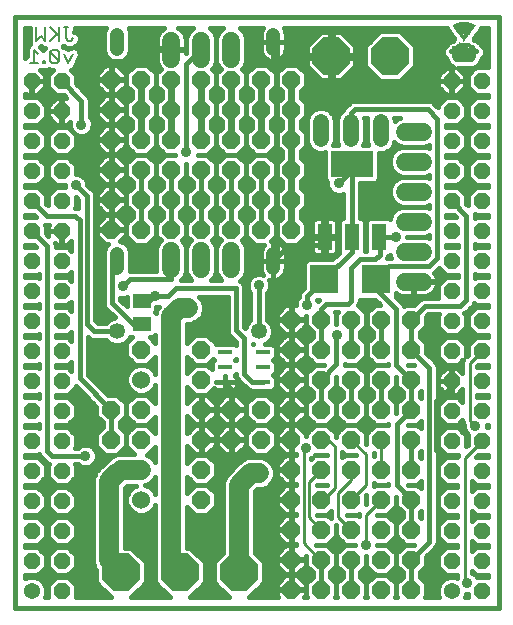
<source format=gbl>
G75*
%MOIN*%
%OFA0B0*%
%FSLAX24Y24*%
%IPPOS*%
%LPD*%
%AMOC8*
5,1,8,0,0,1.08239X$1,22.5*
%
%ADD10C,0.0160*%
%ADD11C,0.0060*%
%ADD12C,0.0540*%
%ADD13OC8,0.0540*%
%ADD14OC8,0.1250*%
%ADD15C,0.0472*%
%ADD16C,0.0540*%
%ADD17C,0.0531*%
%ADD18R,0.0480X0.0880*%
%ADD19R,0.1417X0.0866*%
%ADD20OC8,0.0600*%
%ADD21C,0.0600*%
%ADD22R,0.0480X0.0160*%
%ADD23R,0.0591X0.0512*%
%ADD24R,0.0945X0.0945*%
%ADD25C,0.0600*%
%ADD26R,0.0421X0.0004*%
%ADD27R,0.0465X0.0004*%
%ADD28R,0.0492X0.0004*%
%ADD29R,0.0516X0.0004*%
%ADD30R,0.0531X0.0004*%
%ADD31R,0.0547X0.0004*%
%ADD32R,0.0563X0.0004*%
%ADD33R,0.0575X0.0004*%
%ADD34R,0.0587X0.0004*%
%ADD35R,0.0598X0.0004*%
%ADD36R,0.0610X0.0004*%
%ADD37R,0.0618X0.0004*%
%ADD38R,0.0626X0.0004*%
%ADD39R,0.0638X0.0004*%
%ADD40R,0.0646X0.0004*%
%ADD41R,0.0650X0.0004*%
%ADD42R,0.0657X0.0004*%
%ADD43R,0.0665X0.0004*%
%ADD44R,0.0673X0.0004*%
%ADD45R,0.0677X0.0004*%
%ADD46R,0.0685X0.0004*%
%ADD47R,0.0689X0.0004*%
%ADD48R,0.0693X0.0004*%
%ADD49R,0.0701X0.0004*%
%ADD50R,0.0705X0.0004*%
%ADD51R,0.0709X0.0004*%
%ADD52R,0.0717X0.0004*%
%ADD53R,0.0720X0.0004*%
%ADD54R,0.0724X0.0004*%
%ADD55R,0.0728X0.0004*%
%ADD56R,0.0732X0.0004*%
%ADD57R,0.0736X0.0004*%
%ADD58R,0.0740X0.0004*%
%ADD59R,0.0744X0.0004*%
%ADD60R,0.0748X0.0004*%
%ADD61R,0.0752X0.0004*%
%ADD62R,0.0756X0.0004*%
%ADD63R,0.0760X0.0004*%
%ADD64R,0.0764X0.0004*%
%ADD65R,0.0768X0.0004*%
%ADD66R,0.0772X0.0004*%
%ADD67R,0.0776X0.0004*%
%ADD68R,0.0780X0.0004*%
%ADD69R,0.0783X0.0004*%
%ADD70R,0.0787X0.0004*%
%ADD71R,0.0791X0.0004*%
%ADD72R,0.0795X0.0004*%
%ADD73R,0.0799X0.0004*%
%ADD74R,0.0803X0.0004*%
%ADD75R,0.0807X0.0004*%
%ADD76R,0.0811X0.0004*%
%ADD77R,0.0815X0.0004*%
%ADD78R,0.0819X0.0004*%
%ADD79R,0.0823X0.0004*%
%ADD80R,0.0827X0.0004*%
%ADD81R,0.0831X0.0004*%
%ADD82R,0.0835X0.0004*%
%ADD83R,0.0839X0.0004*%
%ADD84R,0.0909X0.0004*%
%ADD85R,0.0937X0.0004*%
%ADD86R,0.0953X0.0004*%
%ADD87R,0.0961X0.0004*%
%ADD88R,0.0969X0.0004*%
%ADD89R,0.0976X0.0004*%
%ADD90R,0.0980X0.0004*%
%ADD91R,0.0984X0.0004*%
%ADD92R,0.0965X0.0004*%
%ADD93R,0.0957X0.0004*%
%ADD94R,0.0945X0.0004*%
%ADD95R,0.0921X0.0004*%
%ADD96R,0.0232X0.0004*%
%ADD97R,0.0555X0.0004*%
%ADD98R,0.0224X0.0004*%
%ADD99R,0.0543X0.0004*%
%ADD100R,0.0539X0.0004*%
%ADD101R,0.0220X0.0004*%
%ADD102R,0.0535X0.0004*%
%ADD103R,0.0528X0.0004*%
%ADD104R,0.0520X0.0004*%
%ADD105R,0.0512X0.0004*%
%ADD106R,0.0500X0.0004*%
%ADD107R,0.0488X0.0004*%
%ADD108R,0.0484X0.0004*%
%ADD109R,0.0476X0.0004*%
%ADD110R,0.0449X0.0004*%
%ADD111R,0.0370X0.0004*%
%ADD112R,0.0043X0.0004*%
%ADD113R,0.0228X0.0004*%
%ADD114R,0.0358X0.0004*%
%ADD115R,0.0350X0.0004*%
%ADD116R,0.0343X0.0004*%
%ADD117R,0.0331X0.0004*%
%ADD118R,0.0319X0.0004*%
%ADD119R,0.0311X0.0004*%
%ADD120R,0.0307X0.0004*%
%ADD121R,0.0303X0.0004*%
%ADD122R,0.0063X0.0004*%
%ADD123R,0.0130X0.0004*%
%ADD124R,0.0445X0.0004*%
%ADD125R,0.0437X0.0004*%
%ADD126R,0.0433X0.0004*%
%ADD127R,0.0362X0.0004*%
%ADD128R,0.0047X0.0004*%
%ADD129R,0.0354X0.0004*%
%ADD130R,0.0031X0.0004*%
%ADD131R,0.0346X0.0004*%
%ADD132R,0.0339X0.0004*%
%ADD133R,0.0055X0.0004*%
%ADD134R,0.0177X0.0004*%
%ADD135R,0.0035X0.0004*%
%ADD136R,0.0161X0.0004*%
%ADD137R,0.0051X0.0004*%
%ADD138R,0.0142X0.0004*%
%ADD139R,0.0118X0.0004*%
%ADD140R,0.0091X0.0004*%
%ADD141R,0.0024X0.0004*%
%ADD142R,0.0020X0.0004*%
%ADD143R,0.0008X0.0004*%
%ADD144R,0.0004X0.0004*%
%ADD145R,0.0012X0.0004*%
%ADD146R,0.0028X0.0004*%
%ADD147R,0.0059X0.0004*%
%ADD148R,0.0067X0.0004*%
%ADD149R,0.0075X0.0004*%
%ADD150R,0.0083X0.0004*%
%ADD151R,0.0098X0.0004*%
%ADD152R,0.0106X0.0004*%
%ADD153R,0.0114X0.0004*%
%ADD154R,0.0122X0.0004*%
%ADD155R,0.0138X0.0004*%
%ADD156R,0.0146X0.0004*%
%ADD157R,0.0154X0.0004*%
%ADD158R,0.0165X0.0004*%
%ADD159R,0.0169X0.0004*%
%ADD160R,0.0185X0.0004*%
%ADD161R,0.0189X0.0004*%
%ADD162R,0.0193X0.0004*%
%ADD163R,0.0201X0.0004*%
%ADD164R,0.0209X0.0004*%
%ADD165R,0.0213X0.0004*%
%ADD166R,0.0217X0.0004*%
%ADD167R,0.0236X0.0004*%
%ADD168R,0.0240X0.0004*%
%ADD169R,0.0248X0.0004*%
%ADD170R,0.0256X0.0004*%
%ADD171R,0.0264X0.0004*%
%ADD172R,0.0272X0.0004*%
%ADD173R,0.0280X0.0004*%
%ADD174R,0.0287X0.0004*%
%ADD175R,0.0295X0.0004*%
%ADD176R,0.0299X0.0004*%
%ADD177R,0.0126X0.0004*%
%ADD178R,0.0157X0.0004*%
%ADD179R,0.0134X0.0004*%
%ADD180R,0.0173X0.0004*%
%ADD181R,0.0366X0.0004*%
%ADD182R,0.0374X0.0004*%
%ADD183R,0.0382X0.0004*%
%ADD184R,0.0390X0.0004*%
%ADD185R,0.0394X0.0004*%
%ADD186R,0.0398X0.0004*%
%ADD187R,0.0406X0.0004*%
%ADD188R,0.0409X0.0004*%
%ADD189R,0.0417X0.0004*%
%ADD190R,0.0429X0.0004*%
%ADD191R,0.0441X0.0004*%
%ADD192R,0.0453X0.0004*%
%ADD193R,0.0457X0.0004*%
%ADD194R,0.0469X0.0004*%
%ADD195R,0.0480X0.0004*%
%ADD196R,0.0504X0.0004*%
%ADD197R,0.0508X0.0004*%
%ADD198R,0.0551X0.0004*%
%ADD199R,0.0567X0.0004*%
%ADD200R,0.0579X0.0004*%
%ADD201R,0.0413X0.0004*%
%ADD202R,0.0425X0.0004*%
%ADD203R,0.0181X0.0004*%
%ADD204R,0.0634X0.0004*%
%ADD205R,0.0654X0.0004*%
%ADD206R,0.0661X0.0004*%
%ADD207R,0.0669X0.0004*%
%ADD208R,0.0697X0.0004*%
%ADD209R,0.0244X0.0004*%
%ADD210R,0.0252X0.0004*%
%ADD211R,0.0461X0.0004*%
%ADD212R,0.0094X0.0004*%
%ADD213R,0.0622X0.0004*%
%ADD214R,0.0102X0.0004*%
%ADD215R,0.0630X0.0004*%
%ADD216R,0.0614X0.0004*%
%ADD217R,0.0583X0.0004*%
%ADD218R,0.0327X0.0004*%
%ADD219C,0.0356*%
%ADD220C,0.0100*%
%ADD221C,0.0240*%
%ADD222C,0.0660*%
D10*
X002057Y000180D02*
X018199Y000180D01*
X018199Y019865D01*
X002057Y019865D01*
X002057Y000180D01*
X002417Y001156D02*
X002417Y001281D01*
X002433Y001265D01*
X002823Y001265D01*
X003098Y001540D01*
X003098Y001930D01*
X002823Y002205D01*
X002433Y002205D01*
X002417Y002189D01*
X002417Y002281D01*
X002433Y002265D01*
X002823Y002265D01*
X003098Y002540D01*
X003098Y002930D01*
X002823Y003205D01*
X002433Y003205D01*
X002417Y003189D01*
X002417Y003281D01*
X002433Y003265D01*
X002823Y003265D01*
X003098Y003540D01*
X003098Y003930D01*
X002823Y004205D01*
X002433Y004205D01*
X002417Y004189D01*
X002417Y004281D01*
X002433Y004265D01*
X002823Y004265D01*
X003098Y004540D01*
X003098Y004930D01*
X002823Y005205D01*
X002433Y005205D01*
X002417Y005189D01*
X002417Y005281D01*
X002433Y005265D01*
X002823Y005265D01*
X002871Y005314D01*
X002902Y005238D01*
X003060Y005080D01*
X003139Y005002D01*
X003203Y004975D01*
X003158Y004930D01*
X003158Y004540D01*
X003433Y004265D01*
X003823Y004265D01*
X004098Y004540D01*
X004098Y004930D01*
X004069Y004959D01*
X004164Y004959D01*
X004205Y004919D01*
X004344Y004861D01*
X004494Y004861D01*
X004633Y004919D01*
X004740Y005025D01*
X004797Y005164D01*
X004797Y005314D01*
X004740Y005453D01*
X004633Y005560D01*
X004494Y005617D01*
X004344Y005617D01*
X004205Y005560D01*
X004164Y005519D01*
X004076Y005519D01*
X004098Y005540D01*
X004098Y005930D01*
X003823Y006205D01*
X003433Y006205D01*
X003420Y006192D01*
X003420Y006279D01*
X003433Y006265D01*
X003823Y006265D01*
X004098Y006540D01*
X004098Y006930D01*
X003823Y007205D01*
X003433Y007205D01*
X003420Y007192D01*
X003420Y007279D01*
X003433Y007265D01*
X003823Y007265D01*
X004098Y007540D01*
X004098Y007566D01*
X004777Y006886D01*
X004777Y006575D01*
X004997Y006355D01*
X004997Y006209D01*
X004777Y005989D01*
X004777Y005575D01*
X005070Y005282D01*
X005415Y005282D01*
X005292Y005232D01*
X005174Y005114D01*
X004749Y004689D01*
X004669Y004494D01*
X004669Y001657D01*
X004749Y001462D01*
X004775Y001437D01*
X004775Y001019D01*
X005255Y000540D01*
X004097Y000540D01*
X004098Y000540D01*
X004098Y000930D01*
X003823Y001205D01*
X003433Y001205D01*
X003158Y000930D01*
X003158Y000540D01*
X003056Y000540D01*
X003098Y000642D01*
X003098Y000829D01*
X003026Y001001D01*
X002894Y001134D01*
X002721Y001205D01*
X002534Y001205D01*
X002417Y001156D01*
X002847Y001290D02*
X003409Y001290D01*
X003433Y001265D02*
X003823Y001265D01*
X004098Y001540D01*
X004098Y001930D01*
X003823Y002205D01*
X003433Y002205D01*
X003158Y001930D01*
X003158Y001540D01*
X003433Y001265D01*
X003359Y001131D02*
X002897Y001131D01*
X003038Y000973D02*
X003201Y000973D01*
X003158Y000814D02*
X003098Y000814D01*
X003098Y000656D02*
X003158Y000656D01*
X003158Y000540D02*
X003158Y000540D01*
X003897Y001131D02*
X004775Y001131D01*
X004775Y001290D02*
X003847Y001290D01*
X004005Y001448D02*
X004764Y001448D01*
X004690Y001607D02*
X004098Y001607D01*
X004098Y001765D02*
X004669Y001765D01*
X004669Y001924D02*
X004098Y001924D01*
X003946Y002082D02*
X004669Y002082D01*
X004669Y002241D02*
X002417Y002241D01*
X002946Y002082D02*
X003310Y002082D01*
X003158Y001924D02*
X003098Y001924D01*
X003098Y001765D02*
X003158Y001765D01*
X003158Y001607D02*
X003098Y001607D01*
X003005Y001448D02*
X003250Y001448D01*
X003433Y002265D02*
X003823Y002265D01*
X004098Y002540D01*
X004098Y002930D01*
X003823Y003205D01*
X003433Y003205D01*
X003158Y002930D01*
X003158Y002540D01*
X003433Y002265D01*
X003299Y002399D02*
X002956Y002399D01*
X003098Y002558D02*
X003158Y002558D01*
X003158Y002716D02*
X003098Y002716D01*
X003098Y002875D02*
X003158Y002875D01*
X003261Y003033D02*
X002995Y003033D01*
X002836Y003192D02*
X003420Y003192D01*
X003433Y003265D02*
X003823Y003265D01*
X004098Y003540D01*
X004098Y003930D01*
X003823Y004205D01*
X003433Y004205D01*
X003158Y003930D01*
X003158Y003540D01*
X003433Y003265D01*
X003348Y003350D02*
X002907Y003350D01*
X003066Y003509D02*
X003190Y003509D01*
X003158Y003667D02*
X003098Y003667D01*
X003098Y003826D02*
X003158Y003826D01*
X003212Y003984D02*
X003044Y003984D01*
X002885Y004143D02*
X003371Y004143D01*
X003397Y004301D02*
X002858Y004301D01*
X003017Y004460D02*
X003239Y004460D01*
X003158Y004618D02*
X003098Y004618D01*
X003098Y004777D02*
X003158Y004777D01*
X003163Y004935D02*
X003093Y004935D01*
X003047Y005094D02*
X002934Y005094D01*
X002896Y005252D02*
X002417Y005252D01*
X003140Y005397D02*
X003297Y005239D01*
X004419Y005239D01*
X004188Y004935D02*
X004093Y004935D01*
X004098Y004777D02*
X004837Y004777D01*
X004720Y004618D02*
X004098Y004618D01*
X004017Y004460D02*
X004669Y004460D01*
X004669Y004301D02*
X003858Y004301D01*
X003885Y004143D02*
X004669Y004143D01*
X004669Y003984D02*
X004044Y003984D01*
X004098Y003826D02*
X004669Y003826D01*
X004669Y003667D02*
X004098Y003667D01*
X004066Y003509D02*
X004669Y003509D01*
X004669Y003350D02*
X003907Y003350D01*
X003836Y003192D02*
X004669Y003192D01*
X004669Y003033D02*
X003995Y003033D01*
X004098Y002875D02*
X004669Y002875D01*
X004669Y002716D02*
X004098Y002716D01*
X004098Y002558D02*
X004669Y002558D01*
X004669Y002399D02*
X003956Y002399D01*
X004055Y000973D02*
X004822Y000973D01*
X004981Y000814D02*
X004098Y000814D01*
X004098Y000656D02*
X005139Y000656D01*
X005946Y000540D02*
X006425Y001019D01*
X006425Y001703D01*
X005942Y002186D01*
X005729Y002186D01*
X005729Y004169D01*
X005812Y004252D01*
X006106Y004252D01*
X005994Y004206D01*
X005854Y004066D01*
X005777Y003882D01*
X005777Y003683D01*
X005854Y003499D01*
X005994Y003358D01*
X006178Y003282D01*
X006377Y003282D01*
X006561Y003358D01*
X006701Y003499D01*
X006747Y003610D01*
X006747Y001706D01*
X006744Y001703D01*
X006744Y001019D01*
X007223Y000540D01*
X005946Y000540D01*
X006061Y000656D02*
X007108Y000656D01*
X006949Y000814D02*
X006220Y000814D01*
X006378Y000973D02*
X006791Y000973D01*
X006744Y001131D02*
X006425Y001131D01*
X006425Y001290D02*
X006744Y001290D01*
X006744Y001448D02*
X006425Y001448D01*
X006425Y001607D02*
X006744Y001607D01*
X006747Y001765D02*
X006363Y001765D01*
X006205Y001924D02*
X006747Y001924D01*
X006747Y002082D02*
X006046Y002082D01*
X005729Y002241D02*
X006747Y002241D01*
X006747Y002399D02*
X005729Y002399D01*
X005729Y002558D02*
X006747Y002558D01*
X006747Y002716D02*
X005729Y002716D01*
X005729Y002875D02*
X006747Y002875D01*
X006747Y003033D02*
X005729Y003033D01*
X005729Y003192D02*
X006747Y003192D01*
X006747Y003350D02*
X006540Y003350D01*
X006705Y003509D02*
X006747Y003509D01*
X006747Y003954D02*
X006701Y004066D01*
X006561Y004206D01*
X006416Y004266D01*
X006455Y004282D01*
X006485Y004282D01*
X006505Y004303D01*
X006578Y004333D01*
X006727Y004482D01*
X006747Y004532D01*
X006747Y003954D01*
X006747Y003984D02*
X006735Y003984D01*
X006747Y004143D02*
X006624Y004143D01*
X006503Y004301D02*
X006747Y004301D01*
X006747Y004460D02*
X006704Y004460D01*
X006747Y005033D02*
X006727Y005083D01*
X006578Y005232D01*
X006505Y005262D01*
X006485Y005282D01*
X006455Y005282D01*
X006485Y005282D01*
X006747Y005545D01*
X006747Y005033D01*
X006747Y005094D02*
X006716Y005094D01*
X006747Y005252D02*
X006529Y005252D01*
X006455Y005282D02*
X006455Y005282D01*
X006613Y005411D02*
X006747Y005411D01*
X006747Y006019D02*
X006485Y006282D01*
X006070Y006282D01*
X005777Y005989D01*
X005557Y006209D01*
X005557Y006355D01*
X005777Y006575D01*
X005777Y006989D01*
X005485Y007282D01*
X005173Y007282D01*
X004502Y007953D01*
X004502Y009209D01*
X004560Y009151D01*
X004663Y009109D01*
X005096Y009109D01*
X005210Y008994D01*
X005382Y008923D01*
X005567Y008923D01*
X005738Y008994D01*
X005869Y009125D01*
X005901Y009202D01*
X005911Y009193D01*
X005981Y009193D01*
X005777Y008989D01*
X005777Y008575D01*
X006070Y008282D01*
X006485Y008282D01*
X006747Y008545D01*
X006747Y007954D01*
X006701Y008066D01*
X006561Y008206D01*
X006377Y008282D01*
X006178Y008282D01*
X005994Y008206D01*
X005854Y008066D01*
X005777Y007882D01*
X005777Y007683D01*
X005854Y007499D01*
X005994Y007358D01*
X006178Y007282D01*
X006377Y007282D01*
X006561Y007358D01*
X006701Y007499D01*
X006747Y007610D01*
X006747Y007019D01*
X006485Y007282D01*
X006070Y007282D01*
X005777Y006989D01*
X005777Y006575D01*
X006070Y006282D01*
X006485Y006282D01*
X006747Y006545D01*
X006747Y006019D01*
X006747Y006045D02*
X006722Y006045D01*
X006747Y006203D02*
X006564Y006203D01*
X006564Y006362D02*
X006747Y006362D01*
X006747Y006520D02*
X006722Y006520D01*
X006747Y007154D02*
X006613Y007154D01*
X006747Y007313D02*
X006450Y007313D01*
X006673Y007471D02*
X006747Y007471D01*
X006105Y007313D02*
X005143Y007313D01*
X004985Y007471D02*
X005882Y007471D01*
X005800Y007630D02*
X004826Y007630D01*
X004668Y007788D02*
X005777Y007788D01*
X005804Y007947D02*
X004509Y007947D01*
X004502Y008105D02*
X005893Y008105D01*
X006132Y008264D02*
X004502Y008264D01*
X004502Y008422D02*
X005931Y008422D01*
X005777Y008581D02*
X004502Y008581D01*
X004502Y008739D02*
X005777Y008739D01*
X005777Y008898D02*
X004502Y008898D01*
X004502Y009056D02*
X005148Y009056D01*
X005474Y009389D02*
X004718Y009389D01*
X004459Y009649D01*
X004459Y013900D01*
X004104Y014255D01*
X004318Y014575D02*
X004179Y014633D01*
X004098Y014633D01*
X004098Y014930D01*
X003823Y015205D01*
X003433Y015205D01*
X003158Y014930D01*
X003158Y014540D01*
X003433Y014265D01*
X003726Y014265D01*
X003726Y014205D01*
X003433Y014205D01*
X003158Y013930D01*
X003158Y013601D01*
X003098Y013661D01*
X003098Y013930D01*
X002823Y014205D01*
X002433Y014205D01*
X002417Y014189D01*
X002417Y014281D01*
X002433Y014265D01*
X002823Y014265D01*
X003098Y014540D01*
X003098Y014930D01*
X002823Y015205D01*
X002433Y015205D01*
X002417Y015189D01*
X002417Y015281D01*
X002433Y015265D01*
X002823Y015265D01*
X003098Y015540D01*
X003098Y015930D01*
X002823Y016205D01*
X002433Y016205D01*
X002417Y016189D01*
X002417Y016281D01*
X002433Y016265D01*
X002823Y016265D01*
X003098Y016540D01*
X003098Y016930D01*
X002823Y017205D01*
X002433Y017205D01*
X002417Y017189D01*
X002417Y017310D01*
X002441Y017285D01*
X002618Y017285D01*
X002618Y017725D01*
X002638Y017725D01*
X002638Y017745D01*
X003078Y017745D01*
X003078Y017922D01*
X002899Y018100D01*
X003172Y018100D01*
X003197Y018125D01*
X003220Y018102D01*
X003222Y018100D01*
X003316Y018100D01*
X003328Y018100D01*
X003158Y017930D01*
X003158Y017540D01*
X003433Y017265D01*
X003702Y017265D01*
X003782Y017185D01*
X003638Y017185D01*
X003638Y016745D01*
X003618Y016745D01*
X003618Y017185D01*
X003441Y017185D01*
X003178Y016922D01*
X003178Y016745D01*
X003618Y016745D01*
X003618Y016725D01*
X003638Y016725D01*
X003638Y016285D01*
X003814Y016285D01*
X003915Y016386D01*
X003903Y016358D01*
X003903Y016207D01*
X003961Y016068D01*
X004067Y015962D01*
X004206Y015904D01*
X004357Y015904D01*
X004496Y015962D01*
X004602Y016068D01*
X004659Y016207D01*
X004659Y016358D01*
X004602Y016497D01*
X004561Y016537D01*
X004561Y017137D01*
X004519Y017240D01*
X004098Y017661D01*
X004098Y017930D01*
X003920Y018108D01*
X003939Y018117D01*
X004014Y018142D01*
X004022Y018159D01*
X004039Y018167D01*
X004064Y018242D01*
X004246Y018606D01*
X004185Y018787D01*
X004032Y018864D01*
X004154Y018985D01*
X004227Y019058D01*
X004227Y019249D01*
X004093Y019384D01*
X004039Y019384D01*
X004081Y019425D01*
X004081Y019505D01*
X005093Y019505D01*
X005037Y019370D01*
X005037Y018724D01*
X005104Y018564D01*
X005226Y018441D01*
X005387Y018374D01*
X005560Y018374D01*
X005721Y018441D01*
X005843Y018564D01*
X005910Y018724D01*
X005910Y019370D01*
X005854Y019505D01*
X007050Y019505D01*
X007026Y019493D01*
X006965Y019448D01*
X006911Y019395D01*
X006867Y019334D01*
X006833Y019267D01*
X006809Y019195D01*
X006797Y019120D01*
X006797Y018802D01*
X007257Y018802D01*
X007257Y018762D01*
X006797Y018762D01*
X006797Y018445D01*
X006809Y018370D01*
X006833Y018298D01*
X006867Y018231D01*
X006911Y018170D01*
X006934Y018147D01*
X006777Y017989D01*
X006485Y018282D01*
X006070Y018282D01*
X005777Y017989D01*
X005777Y017575D01*
X005957Y017395D01*
X005957Y017169D01*
X005777Y016989D01*
X005777Y016575D01*
X005957Y016395D01*
X005957Y016169D01*
X005777Y015989D01*
X005777Y015575D01*
X006070Y015282D01*
X005777Y014989D01*
X005777Y014575D01*
X005997Y014355D01*
X005997Y014209D01*
X005777Y013989D01*
X005777Y013575D01*
X005997Y013355D01*
X005997Y013209D01*
X005777Y012989D01*
X005777Y012575D01*
X006070Y012282D01*
X006485Y012282D01*
X006777Y012575D01*
X006777Y012989D01*
X006557Y013209D01*
X006557Y013355D01*
X006777Y013575D01*
X006777Y013989D01*
X006557Y014209D01*
X006557Y014355D01*
X006777Y014575D01*
X006777Y014989D01*
X006485Y015282D01*
X006070Y015282D01*
X006485Y015282D01*
X006777Y015575D01*
X006777Y015989D01*
X006597Y016169D01*
X006597Y016395D01*
X006777Y016575D01*
X006777Y016989D01*
X006597Y017169D01*
X006597Y017395D01*
X006777Y017575D01*
X006777Y017989D01*
X006777Y017575D01*
X006957Y017395D01*
X006957Y017169D01*
X006777Y016989D01*
X006777Y016575D01*
X006957Y016395D01*
X006957Y016169D01*
X006777Y015989D01*
X006777Y015575D01*
X007070Y015282D01*
X006777Y014989D01*
X006777Y014575D01*
X006997Y014355D01*
X006997Y014209D01*
X006777Y013989D01*
X006777Y013575D01*
X006997Y013355D01*
X006997Y013209D01*
X006777Y012989D01*
X006777Y012575D01*
X006920Y012432D01*
X006854Y012366D01*
X006777Y012182D01*
X006777Y011409D01*
X005903Y011409D01*
X005910Y011424D01*
X005910Y012070D01*
X005843Y012230D01*
X005721Y012353D01*
X005584Y012410D01*
X005757Y012584D01*
X005757Y012762D01*
X005297Y012762D01*
X005297Y012802D01*
X005257Y012802D01*
X005257Y012762D01*
X004797Y012762D01*
X004797Y012584D01*
X005079Y012302D01*
X005176Y012302D01*
X005104Y012230D01*
X005037Y012070D01*
X005037Y011664D01*
X005025Y011634D01*
X005025Y010282D01*
X005068Y010179D01*
X005146Y010100D01*
X005392Y009854D01*
X005382Y009854D01*
X005210Y009784D01*
X005096Y009669D01*
X004834Y009669D01*
X004739Y009764D01*
X004739Y013956D01*
X004696Y014059D01*
X004482Y014273D01*
X004482Y014330D01*
X004425Y014469D01*
X004318Y014575D01*
X004250Y014604D02*
X004797Y014604D01*
X004797Y014584D02*
X005079Y014302D01*
X005257Y014302D01*
X005257Y014762D01*
X005297Y014762D01*
X005297Y014302D01*
X005476Y014302D01*
X005757Y014584D01*
X005757Y014762D01*
X005777Y014762D01*
X005757Y014762D02*
X005297Y014762D01*
X005257Y014762D01*
X004797Y014762D01*
X004098Y014762D01*
X004098Y014921D02*
X004797Y014921D01*
X004797Y014981D02*
X004797Y014802D01*
X005257Y014802D01*
X005257Y014762D01*
X005277Y014782D02*
X005277Y013782D01*
X005277Y012782D01*
X005257Y012802D02*
X004797Y012802D01*
X004797Y012981D01*
X005079Y013262D01*
X005257Y013262D01*
X005257Y012802D01*
X005297Y012802D02*
X005297Y013262D01*
X005476Y013262D01*
X005757Y012981D01*
X005757Y012802D01*
X005297Y012802D01*
X005297Y012860D02*
X005257Y012860D01*
X005257Y013019D02*
X005297Y013019D01*
X005297Y013177D02*
X005257Y013177D01*
X005257Y013302D02*
X005257Y013762D01*
X005297Y013762D01*
X005297Y013302D01*
X005476Y013302D01*
X005757Y013584D01*
X005757Y013762D01*
X005297Y013762D01*
X005297Y013802D01*
X005257Y013802D01*
X005257Y013762D01*
X004797Y013762D01*
X004797Y013584D01*
X005079Y013302D01*
X005257Y013302D01*
X005257Y013336D02*
X005297Y013336D01*
X005297Y013494D02*
X005257Y013494D01*
X005257Y013653D02*
X005297Y013653D01*
X005297Y013802D02*
X005757Y013802D01*
X005757Y013981D01*
X005476Y014262D01*
X005297Y014262D01*
X005297Y013802D01*
X005297Y013811D02*
X005257Y013811D01*
X005257Y013802D02*
X005257Y014262D01*
X005079Y014262D01*
X004797Y013981D01*
X004797Y013802D01*
X005257Y013802D01*
X005257Y013970D02*
X005297Y013970D01*
X005297Y014128D02*
X005257Y014128D01*
X004944Y014128D02*
X004627Y014128D01*
X004733Y013970D02*
X004797Y013970D01*
X004797Y013811D02*
X004739Y013811D01*
X004739Y013653D02*
X004797Y013653D01*
X004739Y013494D02*
X004887Y013494D01*
X004739Y013336D02*
X005045Y013336D01*
X004993Y013177D02*
X004739Y013177D01*
X004739Y013019D02*
X004835Y013019D01*
X004797Y012860D02*
X004739Y012860D01*
X004739Y012702D02*
X004797Y012702D01*
X004838Y012543D02*
X004739Y012543D01*
X004739Y012385D02*
X004996Y012385D01*
X005102Y012226D02*
X004739Y012226D01*
X004739Y012068D02*
X005037Y012068D01*
X005037Y011909D02*
X004739Y011909D01*
X004739Y011751D02*
X005037Y011751D01*
X005025Y011592D02*
X004739Y011592D01*
X004739Y011434D02*
X005025Y011434D01*
X005025Y011275D02*
X004739Y011275D01*
X004739Y011117D02*
X005025Y011117D01*
X005025Y010958D02*
X004739Y010958D01*
X004739Y010800D02*
X005025Y010800D01*
X005025Y010641D02*
X004739Y010641D01*
X004739Y010483D02*
X005025Y010483D01*
X005025Y010324D02*
X004739Y010324D01*
X004739Y010166D02*
X005081Y010166D01*
X005239Y010007D02*
X004739Y010007D01*
X004739Y009849D02*
X005367Y009849D01*
X005117Y009690D02*
X004813Y009690D01*
X005305Y010337D02*
X005305Y011578D01*
X005473Y011747D01*
X005910Y011751D02*
X006777Y011751D01*
X006777Y011909D02*
X005910Y011909D01*
X005910Y012068D02*
X006777Y012068D01*
X006796Y012226D02*
X005845Y012226D01*
X005968Y012385D02*
X005644Y012385D01*
X005717Y012543D02*
X005810Y012543D01*
X005777Y012702D02*
X005757Y012702D01*
X005757Y012860D02*
X005777Y012860D01*
X005806Y013019D02*
X005720Y013019D01*
X005562Y013177D02*
X005965Y013177D01*
X005997Y013336D02*
X005509Y013336D01*
X005668Y013494D02*
X005859Y013494D01*
X005777Y013653D02*
X005757Y013653D01*
X005757Y013811D02*
X005777Y013811D01*
X005777Y013970D02*
X005757Y013970D01*
X005611Y014128D02*
X005916Y014128D01*
X005997Y014287D02*
X004482Y014287D01*
X004435Y014445D02*
X004936Y014445D01*
X004797Y014584D02*
X004797Y014762D01*
X004797Y014981D02*
X005079Y015262D01*
X005257Y015262D01*
X005257Y014802D01*
X005297Y014802D01*
X005297Y015262D01*
X005476Y015262D01*
X005757Y014981D01*
X005757Y014802D01*
X005297Y014802D01*
X005297Y014762D01*
X005277Y014782D02*
X005277Y015782D01*
X005277Y016782D01*
X005277Y017782D01*
X005277Y018219D01*
X005447Y018389D01*
X005679Y018389D01*
X006112Y018822D01*
X007238Y018822D01*
X007277Y018782D01*
X007297Y018762D02*
X007297Y018802D01*
X007757Y018802D01*
X007757Y019120D01*
X007746Y019195D01*
X007722Y019267D01*
X007688Y019334D01*
X007644Y019395D01*
X007590Y019448D01*
X007529Y019493D01*
X007505Y019505D01*
X007993Y019505D01*
X007854Y019366D01*
X007777Y019182D01*
X007777Y018678D01*
X007757Y018658D01*
X007757Y018762D01*
X007297Y018762D01*
X006797Y018725D02*
X005910Y018725D01*
X005910Y018883D02*
X006797Y018883D01*
X006797Y019042D02*
X005910Y019042D01*
X005910Y019200D02*
X006811Y019200D01*
X006885Y019359D02*
X005910Y019359D01*
X005844Y018566D02*
X006797Y018566D01*
X006803Y018408D02*
X005640Y018408D01*
X005490Y018249D02*
X006037Y018249D01*
X005878Y018091D02*
X005648Y018091D01*
X005757Y017981D02*
X005476Y018262D01*
X005297Y018262D01*
X005297Y017802D01*
X005257Y017802D01*
X005257Y017762D01*
X005297Y017762D01*
X005297Y017302D01*
X005476Y017302D01*
X005757Y017584D01*
X005757Y017762D01*
X005297Y017762D01*
X005297Y017802D01*
X005757Y017802D01*
X005757Y017981D01*
X005757Y017932D02*
X005777Y017932D01*
X005777Y017774D02*
X005297Y017774D01*
X005257Y017774D02*
X004098Y017774D01*
X004096Y017932D02*
X004797Y017932D01*
X004797Y017981D02*
X004797Y017802D01*
X005257Y017802D01*
X005257Y018262D01*
X005079Y018262D01*
X004797Y017981D01*
X004907Y018091D02*
X003937Y018091D01*
X004067Y018249D02*
X005065Y018249D01*
X005257Y018249D02*
X005297Y018249D01*
X005297Y018091D02*
X005257Y018091D01*
X005257Y017932D02*
X005297Y017932D01*
X005257Y017762D02*
X004797Y017762D01*
X004797Y017584D01*
X005079Y017302D01*
X005257Y017302D01*
X005257Y017762D01*
X005257Y017615D02*
X005297Y017615D01*
X005297Y017457D02*
X005257Y017457D01*
X005257Y017262D02*
X005079Y017262D01*
X004797Y016981D01*
X004561Y016981D01*
X004561Y016823D02*
X004797Y016823D01*
X004797Y016802D02*
X004797Y016981D01*
X004797Y016802D02*
X005257Y016802D01*
X005257Y016762D01*
X005297Y016762D01*
X005297Y016302D01*
X005476Y016302D01*
X005757Y016584D01*
X005757Y016762D01*
X005297Y016762D01*
X005297Y016802D01*
X005257Y016802D01*
X005257Y017262D01*
X005297Y017262D02*
X005476Y017262D01*
X005757Y016981D01*
X005777Y016981D01*
X005757Y016981D02*
X005757Y016802D01*
X005297Y016802D01*
X005297Y017262D01*
X005297Y017140D02*
X005257Y017140D01*
X005257Y016981D02*
X005297Y016981D01*
X005297Y016823D02*
X005257Y016823D01*
X005257Y016762D02*
X004797Y016762D01*
X004797Y016584D01*
X005079Y016302D01*
X005257Y016302D01*
X005257Y016762D01*
X005257Y016664D02*
X005297Y016664D01*
X005297Y016506D02*
X005257Y016506D01*
X005257Y016347D02*
X005297Y016347D01*
X005297Y016262D02*
X005476Y016262D01*
X005757Y015981D01*
X005757Y015802D01*
X005297Y015802D01*
X005257Y015802D01*
X005257Y015762D01*
X005297Y015762D01*
X005297Y015302D01*
X005476Y015302D01*
X005757Y015584D01*
X005757Y015762D01*
X005297Y015762D01*
X005297Y015802D01*
X005297Y016262D01*
X005257Y016262D02*
X005079Y016262D01*
X004797Y015981D01*
X004797Y015802D01*
X005257Y015802D01*
X005257Y016262D01*
X005257Y016189D02*
X005297Y016189D01*
X005297Y016030D02*
X005257Y016030D01*
X005257Y015872D02*
X005297Y015872D01*
X005257Y015762D02*
X004797Y015762D01*
X004797Y015584D01*
X005079Y015302D01*
X005257Y015302D01*
X005257Y015762D01*
X005257Y015713D02*
X005297Y015713D01*
X005297Y015555D02*
X005257Y015555D01*
X005257Y015396D02*
X005297Y015396D01*
X005297Y015238D02*
X005257Y015238D01*
X005257Y015079D02*
X005297Y015079D01*
X005297Y014921D02*
X005257Y014921D01*
X005257Y014604D02*
X005297Y014604D01*
X005297Y014445D02*
X005257Y014445D01*
X005619Y014445D02*
X005908Y014445D01*
X005777Y014604D02*
X005757Y014604D01*
X005757Y014921D02*
X005777Y014921D01*
X005867Y015079D02*
X005660Y015079D01*
X005501Y015238D02*
X006025Y015238D01*
X005957Y015396D02*
X005570Y015396D01*
X005728Y015555D02*
X005798Y015555D01*
X005777Y015713D02*
X005757Y015713D01*
X005757Y015872D02*
X005777Y015872D01*
X005818Y016030D02*
X005709Y016030D01*
X005550Y016189D02*
X005957Y016189D01*
X005957Y016347D02*
X005521Y016347D01*
X005679Y016506D02*
X005847Y016506D01*
X005777Y016664D02*
X005757Y016664D01*
X005757Y016823D02*
X005777Y016823D01*
X005927Y017140D02*
X005599Y017140D01*
X005957Y017298D02*
X004461Y017298D01*
X004560Y017140D02*
X004956Y017140D01*
X004924Y017457D02*
X004302Y017457D01*
X004144Y017615D02*
X004797Y017615D01*
X004281Y017082D02*
X003628Y017735D01*
X003319Y018091D02*
X002909Y018091D01*
X003067Y017932D02*
X003160Y017932D01*
X003158Y017774D02*
X003078Y017774D01*
X003078Y017725D02*
X002638Y017725D01*
X002638Y017285D01*
X002814Y017285D01*
X003078Y017549D01*
X003078Y017725D01*
X003078Y017615D02*
X003158Y017615D01*
X003242Y017457D02*
X002986Y017457D01*
X002827Y017298D02*
X003400Y017298D01*
X003396Y017140D02*
X002888Y017140D01*
X003047Y016981D02*
X003237Y016981D01*
X003178Y016823D02*
X003098Y016823D01*
X003178Y016725D02*
X003178Y016549D01*
X003441Y016285D01*
X003618Y016285D01*
X003618Y016725D01*
X003178Y016725D01*
X003178Y016664D02*
X003098Y016664D01*
X003063Y016506D02*
X003221Y016506D01*
X003380Y016347D02*
X002904Y016347D01*
X002839Y016189D02*
X003417Y016189D01*
X003433Y016205D02*
X003158Y015930D01*
X003158Y015540D01*
X003433Y015265D01*
X003823Y015265D01*
X004098Y015540D01*
X004098Y015930D01*
X003823Y016205D01*
X003433Y016205D01*
X003618Y016347D02*
X003638Y016347D01*
X003638Y016506D02*
X003618Y016506D01*
X003618Y016664D02*
X003638Y016664D01*
X003638Y016823D02*
X003618Y016823D01*
X003618Y016981D02*
X003638Y016981D01*
X003638Y017140D02*
X003618Y017140D01*
X004281Y017082D02*
X004281Y016282D01*
X004564Y016030D02*
X004846Y016030D01*
X004797Y015872D02*
X004098Y015872D01*
X004098Y015713D02*
X004797Y015713D01*
X004826Y015555D02*
X004098Y015555D01*
X003953Y015396D02*
X004985Y015396D01*
X005054Y015238D02*
X002417Y015238D01*
X002949Y015079D02*
X003307Y015079D01*
X003158Y014921D02*
X003098Y014921D01*
X003098Y014762D02*
X003158Y014762D01*
X003158Y014604D02*
X003098Y014604D01*
X003002Y014445D02*
X003253Y014445D01*
X003412Y014287D02*
X002844Y014287D01*
X002900Y014128D02*
X003356Y014128D01*
X003198Y013970D02*
X003058Y013970D01*
X003098Y013811D02*
X003158Y013811D01*
X003158Y013653D02*
X003106Y013653D01*
X003132Y013231D02*
X004085Y013231D01*
X004222Y013093D01*
X004222Y007837D01*
X005277Y006782D01*
X005277Y005782D01*
X004942Y005411D02*
X004757Y005411D01*
X004784Y005569D02*
X004611Y005569D01*
X004777Y005728D02*
X004098Y005728D01*
X004098Y005886D02*
X004777Y005886D01*
X004832Y006045D02*
X003983Y006045D01*
X003825Y006203D02*
X004991Y006203D01*
X004991Y006362D02*
X003919Y006362D01*
X004077Y006520D02*
X004833Y006520D01*
X004777Y006679D02*
X004098Y006679D01*
X004098Y006837D02*
X004777Y006837D01*
X004668Y006996D02*
X004032Y006996D01*
X003874Y007154D02*
X004510Y007154D01*
X004351Y007313D02*
X003870Y007313D01*
X004028Y007471D02*
X004193Y007471D01*
X003942Y008085D02*
X003823Y008205D01*
X003433Y008205D01*
X003420Y008192D01*
X003420Y008279D01*
X003433Y008265D01*
X003823Y008265D01*
X003942Y008385D01*
X003942Y008085D01*
X003942Y008105D02*
X003923Y008105D01*
X003942Y008264D02*
X003420Y008264D01*
X002860Y008264D02*
X002417Y008264D01*
X002433Y008265D02*
X002823Y008265D01*
X002860Y008302D01*
X002860Y008168D01*
X002823Y008205D01*
X002433Y008205D01*
X002417Y008189D01*
X002417Y008281D01*
X002433Y008265D01*
X002860Y007302D02*
X002860Y007168D01*
X002823Y007205D01*
X002433Y007205D01*
X002417Y007189D01*
X002417Y007281D01*
X002433Y007265D01*
X002823Y007265D01*
X002860Y007302D01*
X002860Y006302D02*
X002860Y006168D01*
X002823Y006205D01*
X002433Y006205D01*
X002417Y006189D01*
X002417Y006281D01*
X002433Y006265D01*
X002823Y006265D01*
X002860Y006302D01*
X002860Y006203D02*
X002825Y006203D01*
X002431Y006203D02*
X002417Y006203D01*
X003140Y005397D02*
X003140Y012223D01*
X002628Y012735D01*
X002702Y012265D02*
X002433Y012265D01*
X002417Y012281D01*
X002417Y012189D01*
X002433Y012205D01*
X002762Y012205D01*
X002702Y012265D01*
X002741Y012226D02*
X002417Y012226D01*
X003098Y012930D02*
X003076Y012951D01*
X003207Y012951D01*
X003178Y012922D01*
X003178Y012745D01*
X003618Y012745D01*
X003618Y012725D01*
X003638Y012725D01*
X003638Y012285D01*
X003814Y012285D01*
X003942Y012413D01*
X003942Y012085D01*
X003823Y012205D01*
X003433Y012205D01*
X003420Y012192D01*
X003420Y012279D01*
X003400Y012327D01*
X003441Y012285D01*
X003618Y012285D01*
X003618Y012725D01*
X003178Y012725D01*
X003178Y012581D01*
X003098Y012661D01*
X003098Y012930D01*
X003098Y012860D02*
X003178Y012860D01*
X003178Y012702D02*
X003098Y012702D01*
X003618Y012702D02*
X003638Y012702D01*
X003638Y012543D02*
X003618Y012543D01*
X003618Y012385D02*
X003638Y012385D01*
X003420Y012226D02*
X003942Y012226D01*
X003942Y012385D02*
X003914Y012385D01*
X003132Y013231D02*
X002628Y013735D01*
X002702Y013265D02*
X002433Y013265D01*
X002417Y013281D01*
X002417Y013189D01*
X002433Y013205D01*
X002762Y013205D01*
X002702Y013265D01*
X004069Y013511D02*
X004098Y013540D01*
X004098Y013865D01*
X004179Y013784D01*
X004179Y013495D01*
X004140Y013511D01*
X004069Y013511D01*
X004098Y013653D02*
X004179Y013653D01*
X004152Y013811D02*
X004098Y013811D01*
X003949Y015079D02*
X004895Y015079D01*
X005005Y016189D02*
X004652Y016189D01*
X004659Y016347D02*
X005034Y016347D01*
X004875Y016506D02*
X004593Y016506D01*
X004561Y016664D02*
X004797Y016664D01*
X003903Y016347D02*
X003876Y016347D01*
X003911Y016189D02*
X003839Y016189D01*
X003998Y016030D02*
X003999Y016030D01*
X003302Y015396D02*
X002953Y015396D01*
X003098Y015555D02*
X003158Y015555D01*
X003158Y015713D02*
X003098Y015713D01*
X003098Y015872D02*
X003158Y015872D01*
X003258Y016030D02*
X002998Y016030D01*
X002638Y017298D02*
X002618Y017298D01*
X002618Y017457D02*
X002638Y017457D01*
X002638Y017615D02*
X002618Y017615D01*
X002429Y017298D02*
X002417Y017298D01*
X003222Y018100D02*
X003222Y018100D01*
X003013Y018782D02*
X002930Y018866D01*
X002912Y018884D01*
X002930Y018902D01*
X002981Y018850D01*
X003071Y018850D01*
X003013Y018793D01*
X003013Y018793D01*
X003013Y018782D01*
X003013Y018793D02*
X003013Y018793D01*
X002949Y018883D02*
X002913Y018883D01*
X002571Y018967D02*
X002470Y018866D01*
X002470Y018560D01*
X002458Y018560D01*
X002417Y018520D01*
X002417Y019505D01*
X002553Y019505D01*
X002553Y018985D01*
X002555Y018983D01*
X002571Y018967D01*
X002553Y019042D02*
X002417Y019042D01*
X002417Y019200D02*
X002553Y019200D01*
X002553Y019359D02*
X002417Y019359D01*
X002417Y018883D02*
X002487Y018883D01*
X002470Y018725D02*
X002417Y018725D01*
X002417Y018566D02*
X002470Y018566D01*
X003671Y018889D02*
X003694Y018912D01*
X003755Y018850D01*
X003949Y018850D01*
X003851Y018817D01*
X003688Y018872D01*
X003671Y018889D01*
X003677Y018883D02*
X003723Y018883D01*
X004052Y018883D02*
X005037Y018883D01*
X005037Y018725D02*
X004206Y018725D01*
X004226Y018566D02*
X005103Y018566D01*
X005307Y018408D02*
X004146Y018408D01*
X004210Y019042D02*
X005037Y019042D01*
X005037Y019200D02*
X004227Y019200D01*
X004118Y019359D02*
X005037Y019359D01*
X006518Y018249D02*
X006858Y018249D01*
X006878Y018091D02*
X006676Y018091D01*
X006777Y017932D02*
X006777Y017932D01*
X006777Y017774D02*
X006777Y017774D01*
X006777Y017615D02*
X006777Y017615D01*
X006659Y017457D02*
X006896Y017457D01*
X006957Y017298D02*
X006597Y017298D01*
X006627Y017140D02*
X006927Y017140D01*
X006777Y016981D02*
X006777Y016981D01*
X006777Y016823D02*
X006777Y016823D01*
X006777Y016664D02*
X006777Y016664D01*
X006708Y016506D02*
X006847Y016506D01*
X006957Y016347D02*
X006597Y016347D01*
X006597Y016189D02*
X006957Y016189D01*
X006818Y016030D02*
X006737Y016030D01*
X006777Y015872D02*
X006777Y015872D01*
X006777Y015713D02*
X006777Y015713D01*
X006757Y015555D02*
X006798Y015555D01*
X006957Y015396D02*
X006598Y015396D01*
X006529Y015238D02*
X007025Y015238D01*
X007070Y015282D02*
X007407Y015282D01*
X007407Y015282D01*
X007070Y015282D01*
X006867Y015079D02*
X006688Y015079D01*
X006777Y014921D02*
X006777Y014921D01*
X006777Y014762D02*
X006777Y014762D01*
X006777Y014604D02*
X006777Y014604D01*
X006647Y014445D02*
X006908Y014445D01*
X006997Y014287D02*
X006557Y014287D01*
X006639Y014128D02*
X006916Y014128D01*
X006777Y013970D02*
X006777Y013970D01*
X006777Y013811D02*
X006777Y013811D01*
X006777Y013653D02*
X006777Y013653D01*
X006696Y013494D02*
X006859Y013494D01*
X006997Y013336D02*
X006557Y013336D01*
X006590Y013177D02*
X006965Y013177D01*
X006806Y013019D02*
X006748Y013019D01*
X006777Y012860D02*
X006777Y012860D01*
X006777Y012702D02*
X006777Y012702D01*
X006745Y012543D02*
X006810Y012543D01*
X006872Y012385D02*
X006587Y012385D01*
X006277Y012782D02*
X006277Y013782D01*
X006277Y014782D01*
X007277Y014782D02*
X007277Y013782D01*
X007277Y012782D01*
X007635Y012432D02*
X007777Y012575D01*
X007777Y012989D01*
X007557Y013209D01*
X007557Y013355D01*
X007777Y013575D01*
X007777Y013989D01*
X007557Y014209D01*
X007557Y014355D01*
X007777Y014575D01*
X007777Y014979D01*
X007777Y014979D01*
X007777Y014575D01*
X007997Y014355D01*
X007997Y014209D01*
X007777Y013989D01*
X007777Y013575D01*
X007997Y013355D01*
X007997Y013209D01*
X007777Y012989D01*
X007777Y012575D01*
X007920Y012432D01*
X007854Y012366D01*
X007777Y012182D01*
X007701Y012366D01*
X007635Y012432D01*
X007682Y012385D02*
X007872Y012385D01*
X007810Y012543D02*
X007745Y012543D01*
X007777Y012702D02*
X007777Y012702D01*
X007777Y012860D02*
X007777Y012860D01*
X007748Y013019D02*
X007806Y013019D01*
X007965Y013177D02*
X007590Y013177D01*
X007557Y013336D02*
X007997Y013336D01*
X007859Y013494D02*
X007696Y013494D01*
X007777Y013653D02*
X007777Y013653D01*
X007777Y013811D02*
X007777Y013811D01*
X007777Y013970D02*
X007777Y013970D01*
X007639Y014128D02*
X007916Y014128D01*
X007997Y014287D02*
X007557Y014287D01*
X007647Y014445D02*
X007908Y014445D01*
X007777Y014604D02*
X007777Y014604D01*
X007777Y014762D02*
X007777Y014762D01*
X007777Y014921D02*
X007777Y014921D01*
X007785Y015357D02*
X007785Y018290D01*
X008277Y018782D01*
X007777Y018725D02*
X007757Y018725D01*
X007757Y018883D02*
X007777Y018883D01*
X007777Y019042D02*
X007757Y019042D01*
X007744Y019200D02*
X007785Y019200D01*
X007851Y019359D02*
X007670Y019359D01*
X008562Y019505D02*
X008993Y019505D01*
X008854Y019366D01*
X008777Y019182D01*
X008701Y019366D01*
X008562Y019505D01*
X008704Y019359D02*
X008851Y019359D01*
X008785Y019200D02*
X008770Y019200D01*
X008777Y019182D02*
X008777Y018383D01*
X008777Y019182D01*
X008777Y019042D02*
X008777Y019042D01*
X008777Y018883D02*
X008777Y018883D01*
X008777Y018725D02*
X008777Y018725D01*
X008777Y018566D02*
X008777Y018566D01*
X008777Y018408D02*
X008777Y018408D01*
X008777Y018383D02*
X008854Y018199D01*
X008920Y018132D01*
X008777Y017989D01*
X008635Y018132D01*
X008701Y018199D01*
X008777Y018383D01*
X008722Y018249D02*
X008833Y018249D01*
X008878Y018091D02*
X008676Y018091D01*
X008777Y017989D02*
X008777Y017575D01*
X008597Y017395D01*
X008597Y017169D01*
X008777Y016989D01*
X008777Y016575D01*
X008597Y016395D01*
X008597Y016169D01*
X008777Y015989D01*
X008777Y015575D01*
X008485Y015282D01*
X008163Y015282D01*
X008485Y015282D01*
X008777Y014989D01*
X008777Y014575D01*
X008557Y014355D01*
X008557Y014209D01*
X008777Y013989D01*
X008777Y013575D01*
X008557Y013355D01*
X008557Y013209D01*
X008777Y012989D01*
X008777Y012575D01*
X008635Y012432D01*
X008701Y012366D01*
X008777Y012182D01*
X008777Y011383D01*
X008701Y011199D01*
X008612Y011110D01*
X008943Y011110D01*
X008854Y011199D01*
X008777Y011383D01*
X008777Y012182D01*
X008854Y012366D01*
X008920Y012432D01*
X008777Y012575D01*
X008777Y012989D01*
X008997Y013209D01*
X008997Y013355D01*
X008777Y013575D01*
X008777Y013989D01*
X008997Y014209D01*
X008997Y014355D01*
X008777Y014575D01*
X008777Y014989D01*
X009070Y015282D01*
X009485Y015282D01*
X009777Y014989D01*
X009777Y014575D01*
X009557Y014355D01*
X009557Y014209D01*
X009777Y013989D01*
X009777Y013575D01*
X009557Y013355D01*
X009557Y013209D01*
X009777Y012989D01*
X009777Y012575D01*
X009635Y012432D01*
X009701Y012366D01*
X009777Y012182D01*
X009777Y011383D01*
X009701Y011199D01*
X009577Y011075D01*
X009597Y011067D01*
X009676Y010988D01*
X009719Y010885D01*
X009719Y009548D01*
X009748Y009518D01*
X009804Y009652D01*
X009919Y009767D01*
X009919Y010673D01*
X009878Y010714D01*
X009821Y010853D01*
X009821Y011003D01*
X009878Y011142D01*
X009985Y011249D01*
X010123Y011306D01*
X010274Y011306D01*
X010322Y011286D01*
X010318Y011293D01*
X010288Y011351D01*
X010268Y011413D01*
X010257Y011478D01*
X010257Y011747D01*
X010673Y011747D01*
X010673Y011747D01*
X010257Y011747D01*
X010257Y012016D01*
X010268Y012081D01*
X010288Y012143D01*
X010318Y012201D01*
X010356Y012254D01*
X010384Y012282D01*
X010070Y012282D01*
X009777Y012575D01*
X009777Y012989D01*
X009997Y013209D01*
X009997Y013355D01*
X009777Y013575D01*
X009777Y013989D01*
X009997Y014209D01*
X009997Y014355D01*
X009777Y014575D01*
X009777Y014989D01*
X010070Y015282D01*
X010485Y015282D01*
X010777Y014989D01*
X010777Y014575D01*
X010557Y014355D01*
X010557Y014209D01*
X010777Y013989D01*
X010777Y013575D01*
X010557Y013355D01*
X010557Y013209D01*
X010777Y012989D01*
X010777Y012575D01*
X010594Y012392D01*
X010641Y012399D01*
X010673Y012399D01*
X010673Y011747D01*
X010673Y011747D01*
X010673Y011747D01*
X010673Y011094D01*
X010641Y011094D01*
X010576Y011105D01*
X010528Y011120D01*
X010577Y011003D01*
X010577Y010853D01*
X010519Y010714D01*
X010479Y010673D01*
X010479Y009767D01*
X010594Y009652D01*
X010664Y009481D01*
X010664Y009296D01*
X010594Y009125D01*
X010463Y008994D01*
X010409Y008972D01*
X010648Y008972D01*
X010765Y008855D01*
X010765Y008529D01*
X010678Y008442D01*
X010765Y008355D01*
X010765Y008029D01*
X010678Y007942D01*
X010765Y007855D01*
X010765Y007529D01*
X010648Y007412D01*
X009923Y007412D01*
X009820Y007454D01*
X009556Y007718D01*
X009556Y007718D01*
X009485Y007789D01*
X009485Y007692D01*
X009065Y007692D01*
X009065Y007692D01*
X009065Y007912D01*
X009065Y007912D01*
X009065Y007692D01*
X009065Y007692D01*
X009485Y007692D01*
X009485Y007588D01*
X009472Y007542D01*
X009449Y007501D01*
X009415Y007468D01*
X009374Y007444D01*
X009328Y007432D01*
X009065Y007432D01*
X009065Y007692D01*
X009277Y007479D01*
X009277Y006782D01*
X009277Y005782D01*
X009257Y005762D02*
X009297Y005762D01*
X009297Y005302D01*
X009476Y005302D01*
X009757Y005584D01*
X009757Y005762D01*
X009297Y005762D01*
X009297Y005802D01*
X009257Y005802D01*
X009257Y005762D01*
X009257Y005302D01*
X009079Y005302D01*
X008797Y005584D01*
X008797Y005762D01*
X009257Y005762D01*
X009257Y005728D02*
X009297Y005728D01*
X009297Y005802D02*
X009757Y005802D01*
X009757Y005981D01*
X009476Y006262D01*
X009297Y006262D01*
X009297Y005802D01*
X009257Y005802D02*
X009257Y006262D01*
X009079Y006262D01*
X008797Y005981D01*
X008797Y005802D01*
X009257Y005802D01*
X009257Y005886D02*
X009297Y005886D01*
X009297Y006045D02*
X009257Y006045D01*
X009257Y006203D02*
X009297Y006203D01*
X009297Y006302D02*
X009476Y006302D01*
X009757Y006584D01*
X009757Y006762D01*
X009297Y006762D01*
X009297Y006302D01*
X009257Y006302D02*
X009257Y006762D01*
X009297Y006762D01*
X009297Y006802D01*
X009257Y006802D01*
X009257Y006762D01*
X008797Y006762D01*
X008797Y006584D01*
X009079Y006302D01*
X009257Y006302D01*
X009257Y006362D02*
X009297Y006362D01*
X009297Y006520D02*
X009257Y006520D01*
X009257Y006679D02*
X009297Y006679D01*
X009297Y006802D02*
X009757Y006802D01*
X009757Y006981D01*
X009476Y007262D01*
X009297Y007262D01*
X009297Y006802D01*
X009297Y006837D02*
X009257Y006837D01*
X009257Y006802D02*
X009257Y007262D01*
X009079Y007262D01*
X008797Y006981D01*
X008797Y006802D01*
X009257Y006802D01*
X009257Y006996D02*
X009297Y006996D01*
X009297Y007154D02*
X009257Y007154D01*
X009585Y007154D02*
X009942Y007154D01*
X010070Y007282D02*
X009777Y006989D01*
X009777Y006575D01*
X010070Y006282D01*
X009777Y005989D01*
X009777Y005575D01*
X010070Y005282D01*
X010485Y005282D01*
X010777Y005575D01*
X010777Y005989D01*
X010485Y006282D01*
X010070Y006282D01*
X010485Y006282D01*
X010777Y006575D01*
X010777Y006989D01*
X010485Y007282D01*
X010070Y007282D01*
X009803Y007471D02*
X009419Y007471D01*
X009485Y007630D02*
X009645Y007630D01*
X009485Y007788D02*
X009486Y007788D01*
X009437Y007894D02*
X009415Y007916D01*
X009400Y007925D01*
X009434Y007959D01*
X009434Y007900D01*
X009437Y007894D01*
X009434Y007947D02*
X009422Y007947D01*
X009065Y007788D02*
X009065Y007788D01*
X009065Y007692D02*
X009065Y007692D01*
X009065Y007692D01*
X008777Y007692D01*
X008777Y007692D01*
X009065Y007692D01*
X009065Y007432D01*
X008801Y007432D01*
X008755Y007444D01*
X008714Y007468D01*
X008692Y007490D01*
X008485Y007282D01*
X008070Y007282D01*
X007807Y007545D01*
X007807Y006991D01*
X008079Y007262D01*
X008257Y007262D01*
X008257Y006802D01*
X008297Y006802D01*
X008297Y007262D01*
X008476Y007262D01*
X008757Y006981D01*
X008757Y006802D01*
X008297Y006802D01*
X008297Y006762D01*
X008297Y006302D01*
X008476Y006302D01*
X008757Y006584D01*
X008757Y006762D01*
X008297Y006762D01*
X008257Y006762D01*
X008257Y006302D01*
X008079Y006302D01*
X007807Y006574D01*
X007807Y005991D01*
X008079Y006262D01*
X008257Y006262D01*
X008257Y005802D01*
X008297Y005802D01*
X008297Y006262D01*
X008476Y006262D01*
X008757Y005981D01*
X008757Y005802D01*
X008297Y005802D01*
X008297Y005762D01*
X008297Y005302D01*
X008476Y005302D01*
X008757Y005584D01*
X008757Y005762D01*
X008297Y005762D01*
X008257Y005762D01*
X008257Y005302D01*
X008079Y005302D01*
X007807Y005574D01*
X007807Y005019D01*
X008070Y005282D01*
X008485Y005282D01*
X008777Y004989D01*
X008777Y004575D01*
X008485Y004282D01*
X008070Y004282D01*
X007807Y004019D01*
X007807Y004545D01*
X008070Y004282D01*
X008485Y004282D01*
X008777Y003989D01*
X008777Y003575D01*
X008485Y003282D01*
X008070Y003282D01*
X007807Y003545D01*
X007807Y002186D01*
X007910Y002186D01*
X008394Y001703D01*
X008394Y001019D01*
X007914Y000540D01*
X009192Y000540D01*
X008712Y001019D01*
X008712Y001703D01*
X009007Y001998D01*
X009007Y004384D01*
X009088Y004579D01*
X009474Y004964D01*
X009474Y004964D01*
X009623Y005114D01*
X009818Y005194D01*
X010304Y005194D01*
X010499Y005114D01*
X010648Y004964D01*
X010729Y004770D01*
X010729Y004559D01*
X010648Y004364D01*
X010499Y004215D01*
X010304Y004134D01*
X010143Y004134D01*
X010067Y004059D01*
X010067Y001998D01*
X010362Y001703D01*
X010362Y001019D01*
X009883Y000540D01*
X010841Y000540D01*
X010797Y000584D01*
X010797Y000762D01*
X011257Y000762D01*
X011257Y000802D01*
X010797Y000802D01*
X010797Y000981D01*
X011079Y001262D01*
X011257Y001262D01*
X011257Y000802D01*
X011297Y000802D01*
X011297Y001262D01*
X011476Y001262D01*
X011757Y000981D01*
X011757Y000802D01*
X011297Y000802D01*
X011297Y000762D01*
X011757Y000762D01*
X011757Y000584D01*
X011714Y000540D01*
X011813Y000540D01*
X011777Y000575D01*
X011777Y000989D01*
X011997Y001209D01*
X011997Y001355D01*
X011777Y001575D01*
X011777Y001897D01*
X011757Y001917D01*
X011757Y001802D01*
X011297Y001802D01*
X011257Y001802D01*
X011257Y001762D01*
X011297Y001762D01*
X011297Y001302D01*
X011476Y001302D01*
X011757Y001584D01*
X011757Y001762D01*
X011297Y001762D01*
X011297Y001802D01*
X011297Y002262D01*
X011451Y002262D01*
X011441Y002288D01*
X011441Y002302D01*
X011297Y002302D01*
X011297Y002762D01*
X011257Y002762D01*
X011257Y002302D01*
X011079Y002302D01*
X010797Y002584D01*
X010797Y002762D01*
X011257Y002762D01*
X011257Y002802D01*
X010797Y002802D01*
X010797Y002981D01*
X011079Y003262D01*
X011257Y003262D01*
X011257Y002802D01*
X011297Y002802D01*
X011297Y003262D01*
X011441Y003262D01*
X011441Y003302D01*
X011297Y003302D01*
X011297Y003762D01*
X011257Y003762D01*
X011257Y003302D01*
X011079Y003302D01*
X010797Y003584D01*
X010797Y003762D01*
X011257Y003762D01*
X011257Y003802D01*
X010797Y003802D01*
X010797Y003981D01*
X011079Y004262D01*
X011257Y004262D01*
X011257Y003802D01*
X011297Y003802D01*
X011297Y004262D01*
X011441Y004262D01*
X011441Y004302D01*
X011297Y004302D01*
X011297Y004762D01*
X011257Y004762D01*
X011257Y004302D01*
X011079Y004302D01*
X010797Y004584D01*
X010797Y004762D01*
X011257Y004762D01*
X011257Y004802D01*
X010797Y004802D01*
X010797Y004981D01*
X011079Y005262D01*
X011257Y005262D01*
X011257Y004802D01*
X011297Y004802D01*
X011297Y005262D01*
X011441Y005262D01*
X011441Y005302D01*
X011297Y005302D01*
X011297Y005762D01*
X011257Y005762D01*
X011257Y005302D01*
X011079Y005302D01*
X010797Y005584D01*
X010797Y005762D01*
X011257Y005762D01*
X011257Y005802D01*
X010797Y005802D01*
X010797Y005981D01*
X011079Y006262D01*
X011257Y006262D01*
X011257Y005802D01*
X011297Y005802D01*
X011297Y006262D01*
X011476Y006262D01*
X011757Y005981D01*
X011757Y005893D01*
X011777Y005893D01*
X011777Y005989D01*
X012070Y006282D01*
X012485Y006282D01*
X012777Y005989D01*
X012777Y005876D01*
X012777Y005876D01*
X012777Y005989D01*
X013070Y006282D01*
X013485Y006282D01*
X013777Y005989D01*
X013777Y005636D01*
X013777Y005636D01*
X013777Y005989D01*
X014070Y006282D01*
X014485Y006282D01*
X014513Y006254D01*
X014513Y006311D01*
X014485Y006282D01*
X014070Y006282D01*
X013777Y006575D01*
X013777Y006989D01*
X013557Y007209D01*
X013557Y007355D01*
X013777Y007575D01*
X013777Y007989D01*
X013485Y008282D01*
X013070Y008282D01*
X013065Y008277D01*
X013065Y008287D01*
X013070Y008282D01*
X013485Y008282D01*
X013777Y008575D01*
X013777Y008989D01*
X013557Y009209D01*
X013557Y009355D01*
X013777Y009575D01*
X013777Y009989D01*
X013512Y010255D01*
X013515Y010258D01*
X013557Y010361D01*
X013557Y010452D01*
X014066Y010452D01*
X014236Y010282D01*
X014070Y010282D01*
X013777Y009989D01*
X013777Y009575D01*
X013997Y009355D01*
X013997Y009209D01*
X013777Y008989D01*
X013777Y008575D01*
X014070Y008282D01*
X013777Y007989D01*
X013777Y007575D01*
X013997Y007355D01*
X013997Y007209D01*
X013777Y006989D01*
X013777Y006575D01*
X013485Y006282D01*
X013070Y006282D01*
X012777Y006575D01*
X012777Y006989D01*
X012557Y007209D01*
X012557Y007355D01*
X012777Y007575D01*
X012777Y007886D01*
X012777Y007886D01*
X012777Y007575D01*
X012997Y007355D01*
X012997Y007209D01*
X012777Y006989D01*
X012777Y006575D01*
X012485Y006282D01*
X012070Y006282D01*
X011777Y006575D01*
X011777Y006989D01*
X011997Y007209D01*
X011997Y007355D01*
X011777Y007575D01*
X011777Y007989D01*
X012070Y008282D01*
X012381Y008282D01*
X012381Y008282D01*
X012070Y008282D01*
X011777Y008575D01*
X011777Y008989D01*
X011997Y009209D01*
X011997Y009355D01*
X011777Y009575D01*
X011777Y009900D01*
X011757Y009900D01*
X011757Y009802D01*
X011297Y009802D01*
X011257Y009802D01*
X011257Y009762D01*
X011297Y009762D01*
X011297Y009302D01*
X011476Y009302D01*
X011757Y009584D01*
X011757Y009762D01*
X011297Y009762D01*
X011297Y009802D01*
X011297Y010262D01*
X011423Y010262D01*
X011423Y010354D01*
X011481Y010493D01*
X011521Y010533D01*
X011521Y010610D01*
X011564Y010713D01*
X011699Y010848D01*
X011699Y011680D01*
X011817Y011797D01*
X012648Y011797D01*
X012864Y012013D01*
X012857Y012020D01*
X012857Y013065D01*
X012974Y013183D01*
X013017Y013183D01*
X013017Y013982D01*
X012929Y013946D01*
X012779Y013946D01*
X012640Y014003D01*
X012534Y014110D01*
X012476Y014248D01*
X012476Y014379D01*
X012388Y014467D01*
X012388Y015361D01*
X012351Y015346D01*
X012164Y015346D01*
X011992Y015417D01*
X011859Y015549D01*
X011788Y015722D01*
X011788Y016449D01*
X011859Y016622D01*
X011992Y016754D01*
X012164Y016826D01*
X012351Y016826D01*
X012524Y016754D01*
X012656Y016622D01*
X012728Y016449D01*
X012728Y015722D01*
X012684Y015616D01*
X012832Y015616D01*
X012788Y015722D01*
X012788Y016449D01*
X012859Y016622D01*
X012992Y016754D01*
X013010Y016762D01*
X013040Y016835D01*
X013119Y016913D01*
X013237Y017032D01*
X013340Y017074D01*
X015892Y017074D01*
X015995Y017032D01*
X016074Y016953D01*
X016158Y016869D01*
X016158Y016930D01*
X016433Y017205D01*
X016823Y017205D01*
X017098Y016930D01*
X017098Y016540D01*
X016823Y016265D01*
X016433Y016265D01*
X016431Y016267D01*
X016431Y016203D01*
X016433Y016205D01*
X016823Y016205D01*
X017098Y015930D01*
X017098Y015540D01*
X016823Y015265D01*
X016433Y015265D01*
X016431Y015267D01*
X016431Y015203D01*
X016433Y015205D01*
X016823Y015205D01*
X017098Y014930D01*
X017098Y014540D01*
X016823Y014265D01*
X016433Y014265D01*
X016431Y014267D01*
X016431Y014203D01*
X016433Y014205D01*
X016823Y014205D01*
X017098Y013930D01*
X017098Y013661D01*
X017158Y013601D01*
X017158Y013930D01*
X017433Y014205D01*
X017823Y014205D01*
X017839Y014189D01*
X017839Y014281D01*
X017823Y014265D01*
X017433Y014265D01*
X017158Y014540D01*
X017158Y014930D01*
X017433Y015205D01*
X017823Y015205D01*
X017839Y015189D01*
X017839Y015281D01*
X017823Y015265D01*
X017433Y015265D01*
X017158Y015540D01*
X017158Y015930D01*
X017433Y016205D01*
X017823Y016205D01*
X017839Y016189D01*
X017839Y016281D01*
X017823Y016265D01*
X017433Y016265D01*
X017158Y016540D01*
X017158Y016930D01*
X017433Y017205D01*
X017823Y017205D01*
X017839Y017189D01*
X017839Y017281D01*
X017823Y017265D01*
X017433Y017265D01*
X017158Y017540D01*
X017158Y017930D01*
X017419Y018191D01*
X017417Y018191D01*
X017413Y018187D01*
X017409Y018183D01*
X017406Y018183D01*
X017402Y018179D01*
X017398Y018179D01*
X017394Y018175D01*
X017390Y018175D01*
X017386Y018171D01*
X017382Y018171D01*
X017378Y018167D01*
X017370Y018167D01*
X017366Y018163D01*
X017358Y018163D01*
X017354Y018159D01*
X017335Y018159D01*
X017331Y018155D01*
X016844Y018155D01*
X017078Y017922D01*
X017078Y017745D01*
X016638Y017745D01*
X016638Y017725D01*
X017078Y017725D01*
X017078Y017549D01*
X016814Y017285D01*
X016638Y017285D01*
X016638Y017725D01*
X016618Y017725D01*
X016618Y017285D01*
X016441Y017285D01*
X016178Y017549D01*
X016178Y017725D01*
X016618Y017725D01*
X016618Y017745D01*
X016618Y018185D01*
X016441Y018185D01*
X016178Y017922D01*
X016178Y017745D01*
X016618Y017745D01*
X016638Y017745D01*
X016638Y018185D01*
X016667Y018185D01*
X016665Y018187D01*
X016661Y018187D01*
X016657Y018191D01*
X016653Y018195D01*
X016649Y018195D01*
X016645Y018199D01*
X016641Y018202D01*
X016637Y018206D01*
X016634Y018210D01*
X016630Y018214D01*
X016626Y018218D01*
X016622Y018222D01*
X016618Y018226D01*
X016501Y018343D01*
X016501Y018347D01*
X016493Y018355D01*
X016493Y018359D01*
X016485Y018367D01*
X016485Y018371D01*
X016477Y018379D01*
X016477Y018383D01*
X016473Y018387D01*
X016473Y018390D01*
X016469Y018394D01*
X016469Y018398D01*
X016465Y018402D01*
X016465Y018406D01*
X016461Y018410D01*
X016461Y018418D01*
X016457Y018422D01*
X016457Y018426D01*
X016453Y018430D01*
X016453Y018438D01*
X016449Y018442D01*
X016449Y018446D01*
X016446Y018450D01*
X016446Y018457D01*
X016442Y018461D01*
X016442Y018473D01*
X016438Y018477D01*
X016438Y018485D01*
X016434Y018489D01*
X016434Y018493D01*
X016347Y018579D01*
X016347Y018587D01*
X016343Y018591D01*
X016343Y018808D01*
X016347Y018812D01*
X016347Y018820D01*
X016351Y018824D01*
X016355Y018828D01*
X016359Y018832D01*
X016363Y018836D01*
X016453Y018926D01*
X016453Y018930D01*
X016457Y018934D01*
X016461Y018938D01*
X016465Y018942D01*
X016469Y018946D01*
X016473Y018950D01*
X016477Y018954D01*
X016594Y019071D01*
X016598Y019071D01*
X016602Y019075D01*
X016606Y019075D01*
X016610Y019079D01*
X016618Y019079D01*
X016622Y019083D01*
X016673Y019083D01*
X016717Y019127D01*
X016709Y019135D01*
X016709Y019138D01*
X016698Y019150D01*
X016698Y019154D01*
X016686Y019166D01*
X016686Y019170D01*
X016674Y019182D01*
X016674Y019186D01*
X016662Y019198D01*
X016662Y019201D01*
X016650Y019213D01*
X016650Y019217D01*
X016638Y019229D01*
X016638Y019233D01*
X016627Y019245D01*
X016627Y019249D01*
X016615Y019261D01*
X016615Y019264D01*
X016603Y019276D01*
X016603Y019280D01*
X016591Y019292D01*
X016591Y019296D01*
X016583Y019304D01*
X016583Y019308D01*
X016572Y019320D01*
X016572Y019324D01*
X016560Y019335D01*
X016560Y019339D01*
X016548Y019351D01*
X016548Y019355D01*
X016536Y019367D01*
X016536Y019371D01*
X016524Y019383D01*
X016524Y019387D01*
X016512Y019398D01*
X016512Y019402D01*
X016501Y019414D01*
X016501Y019418D01*
X016489Y019430D01*
X016489Y019434D01*
X016477Y019446D01*
X016477Y019450D01*
X016465Y019461D01*
X016465Y019465D01*
X016457Y019473D01*
X016457Y019505D01*
X011027Y019505D01*
X011029Y019501D01*
X011059Y019443D01*
X011079Y019381D01*
X011090Y019316D01*
X011090Y019047D01*
X010674Y019047D01*
X010674Y019047D01*
X011090Y019047D01*
X011090Y018778D01*
X011079Y018713D01*
X011059Y018651D01*
X011029Y018593D01*
X010991Y018540D01*
X010945Y018493D01*
X010892Y018455D01*
X010833Y018425D01*
X010771Y018405D01*
X010706Y018394D01*
X010673Y018394D01*
X010673Y019047D01*
X010673Y019047D01*
X010257Y019047D01*
X010257Y019316D01*
X010268Y019381D01*
X010288Y019443D01*
X010318Y019501D01*
X010320Y019505D01*
X009562Y019505D01*
X009701Y019366D01*
X009777Y019182D01*
X009777Y018383D01*
X009701Y018199D01*
X009635Y018132D01*
X009777Y017989D01*
X009777Y017575D01*
X009597Y017395D01*
X009597Y017169D01*
X009777Y016989D01*
X009777Y016575D01*
X009597Y016395D01*
X009597Y016169D01*
X009777Y015989D01*
X009777Y015575D01*
X009485Y015282D01*
X009070Y015282D01*
X008777Y015575D01*
X008777Y015989D01*
X008957Y016169D01*
X008957Y016395D01*
X008777Y016575D01*
X008777Y016989D01*
X008957Y017169D01*
X008957Y017395D01*
X008777Y017575D01*
X008777Y017989D01*
X008777Y017932D02*
X008777Y017932D01*
X008777Y017774D02*
X008777Y017774D01*
X008777Y017615D02*
X008777Y017615D01*
X008659Y017457D02*
X008896Y017457D01*
X008957Y017298D02*
X008597Y017298D01*
X008627Y017140D02*
X008927Y017140D01*
X008777Y016981D02*
X008777Y016981D01*
X008777Y016823D02*
X008777Y016823D01*
X008777Y016664D02*
X008777Y016664D01*
X008708Y016506D02*
X008847Y016506D01*
X008957Y016347D02*
X008597Y016347D01*
X008597Y016189D02*
X008957Y016189D01*
X008818Y016030D02*
X008737Y016030D01*
X008777Y015872D02*
X008777Y015872D01*
X008777Y015713D02*
X008777Y015713D01*
X008757Y015555D02*
X008798Y015555D01*
X008957Y015396D02*
X008598Y015396D01*
X008529Y015238D02*
X009025Y015238D01*
X008867Y015079D02*
X008688Y015079D01*
X008777Y014921D02*
X008777Y014921D01*
X008777Y014762D02*
X008777Y014762D01*
X008777Y014604D02*
X008777Y014604D01*
X008647Y014445D02*
X008908Y014445D01*
X008997Y014287D02*
X008557Y014287D01*
X008639Y014128D02*
X008916Y014128D01*
X008777Y013970D02*
X008777Y013970D01*
X008777Y013811D02*
X008777Y013811D01*
X008777Y013653D02*
X008777Y013653D01*
X008696Y013494D02*
X008859Y013494D01*
X008997Y013336D02*
X008557Y013336D01*
X008590Y013177D02*
X008965Y013177D01*
X008806Y013019D02*
X008748Y013019D01*
X008777Y012860D02*
X008777Y012860D01*
X008777Y012702D02*
X008777Y012702D01*
X008745Y012543D02*
X008810Y012543D01*
X008872Y012385D02*
X008682Y012385D01*
X008759Y012226D02*
X008796Y012226D01*
X008777Y012068D02*
X008777Y012068D01*
X008777Y011909D02*
X008777Y011909D01*
X008777Y011751D02*
X008777Y011751D01*
X008777Y011592D02*
X008777Y011592D01*
X008777Y011434D02*
X008777Y011434D01*
X008733Y011275D02*
X008822Y011275D01*
X008936Y011117D02*
X008619Y011117D01*
X008212Y010550D02*
X009159Y010550D01*
X009159Y009376D01*
X009201Y009273D01*
X009280Y009195D01*
X009434Y009040D01*
X009434Y008925D01*
X009388Y008972D01*
X008777Y008972D01*
X008777Y008989D01*
X008485Y009282D01*
X008070Y009282D01*
X007807Y009019D01*
X007807Y009646D01*
X007942Y009646D01*
X008137Y009727D01*
X008286Y009876D01*
X008366Y010071D01*
X008366Y010281D01*
X008286Y010476D01*
X008212Y010550D01*
X008280Y010483D02*
X009159Y010483D01*
X009159Y010324D02*
X008349Y010324D01*
X008366Y010166D02*
X009159Y010166D01*
X009159Y010007D02*
X008340Y010007D01*
X008258Y009849D02*
X009159Y009849D01*
X009159Y009690D02*
X008048Y009690D01*
X007807Y009532D02*
X009159Y009532D01*
X009160Y009373D02*
X007807Y009373D01*
X007807Y009215D02*
X008002Y009215D01*
X007844Y009056D02*
X007807Y009056D01*
X007807Y008545D02*
X008070Y008282D01*
X007807Y008019D01*
X007807Y008545D01*
X007807Y008422D02*
X007931Y008422D01*
X008070Y008282D02*
X008485Y008282D01*
X008625Y008142D01*
X008625Y008355D01*
X008712Y008442D01*
X008678Y008476D01*
X008485Y008282D01*
X008070Y008282D01*
X008051Y008264D02*
X007807Y008264D01*
X007807Y008105D02*
X007893Y008105D01*
X008503Y008264D02*
X008625Y008264D01*
X008624Y008422D02*
X008692Y008422D01*
X008711Y009056D02*
X009419Y009056D01*
X009280Y009195D02*
X009280Y009195D01*
X009260Y009215D02*
X008552Y009215D01*
X009439Y009432D02*
X009714Y009156D01*
X009714Y007956D01*
X009978Y007692D01*
X010325Y007692D01*
X010682Y007947D02*
X010797Y007947D01*
X010797Y007981D02*
X010797Y007802D01*
X011257Y007802D01*
X011257Y007762D01*
X011297Y007762D01*
X011297Y007302D01*
X011476Y007302D01*
X011757Y007584D01*
X011757Y007762D01*
X011297Y007762D01*
X011297Y007802D01*
X011257Y007802D01*
X011257Y008262D01*
X011079Y008262D01*
X010797Y007981D01*
X010765Y008105D02*
X010921Y008105D01*
X010765Y008264D02*
X012051Y008264D01*
X011931Y008422D02*
X011596Y008422D01*
X011476Y008302D02*
X011757Y008584D01*
X011757Y008762D01*
X011297Y008762D01*
X011297Y008302D01*
X011476Y008302D01*
X011476Y008262D02*
X011297Y008262D01*
X011297Y007802D01*
X011757Y007802D01*
X011757Y007981D01*
X011476Y008262D01*
X011257Y008302D02*
X011257Y008762D01*
X011297Y008762D01*
X011297Y008802D01*
X011257Y008802D01*
X011257Y008762D01*
X010797Y008762D01*
X010797Y008584D01*
X011079Y008302D01*
X011257Y008302D01*
X011257Y008422D02*
X011297Y008422D01*
X011297Y008581D02*
X011257Y008581D01*
X011257Y008739D02*
X011297Y008739D01*
X011277Y008782D02*
X011277Y009782D01*
X011277Y012156D01*
X011407Y012286D01*
X011213Y012286D01*
X010673Y011747D01*
X010817Y011890D01*
X010817Y013330D01*
X010817Y018904D01*
X010673Y019047D01*
X010257Y019047D01*
X010257Y018778D01*
X010268Y018713D01*
X010288Y018651D01*
X010318Y018593D01*
X010356Y018540D01*
X010402Y018493D01*
X010455Y018455D01*
X010514Y018425D01*
X010576Y018405D01*
X010641Y018394D01*
X010673Y018394D01*
X010673Y019047D01*
X010673Y019047D01*
X010673Y019042D02*
X010673Y019042D01*
X010673Y018883D02*
X010673Y018883D01*
X010673Y018725D02*
X010673Y018725D01*
X010673Y018566D02*
X010673Y018566D01*
X010673Y018408D02*
X010673Y018408D01*
X010567Y018408D02*
X009777Y018408D01*
X009777Y018566D02*
X010337Y018566D01*
X010266Y018725D02*
X009777Y018725D01*
X009777Y018883D02*
X010257Y018883D01*
X010257Y019042D02*
X009777Y019042D01*
X009770Y019200D02*
X010257Y019200D01*
X010264Y019359D02*
X009704Y019359D01*
X009722Y018249D02*
X010037Y018249D01*
X010070Y018282D02*
X009777Y017989D01*
X009777Y017575D01*
X009957Y017395D01*
X009957Y017169D01*
X009777Y016989D01*
X009777Y016575D01*
X009957Y016395D01*
X009957Y016169D01*
X009777Y015989D01*
X009777Y015575D01*
X010070Y015282D01*
X010485Y015282D01*
X010777Y015575D01*
X010777Y015989D01*
X010597Y016169D01*
X010597Y016395D01*
X010777Y016575D01*
X010777Y016989D01*
X010597Y017169D01*
X010597Y017395D01*
X010777Y017575D01*
X010777Y017989D01*
X010485Y018282D01*
X010070Y018282D01*
X009878Y018091D02*
X009676Y018091D01*
X009777Y017932D02*
X009777Y017932D01*
X009777Y017774D02*
X009777Y017774D01*
X009777Y017615D02*
X009777Y017615D01*
X009659Y017457D02*
X009896Y017457D01*
X009957Y017298D02*
X009597Y017298D01*
X009627Y017140D02*
X009927Y017140D01*
X009777Y016981D02*
X009777Y016981D01*
X009777Y016823D02*
X009777Y016823D01*
X009777Y016664D02*
X009777Y016664D01*
X009708Y016506D02*
X009847Y016506D01*
X009957Y016347D02*
X009597Y016347D01*
X009597Y016189D02*
X009957Y016189D01*
X009818Y016030D02*
X009737Y016030D01*
X009777Y015872D02*
X009777Y015872D01*
X009777Y015713D02*
X009777Y015713D01*
X009757Y015555D02*
X009798Y015555D01*
X009957Y015396D02*
X009598Y015396D01*
X009529Y015238D02*
X010025Y015238D01*
X009867Y015079D02*
X009688Y015079D01*
X009777Y014921D02*
X009777Y014921D01*
X009777Y014762D02*
X009777Y014762D01*
X009777Y014604D02*
X009777Y014604D01*
X009647Y014445D02*
X009908Y014445D01*
X009997Y014287D02*
X009557Y014287D01*
X009639Y014128D02*
X009916Y014128D01*
X009777Y013970D02*
X009777Y013970D01*
X009777Y013811D02*
X009777Y013811D01*
X009777Y013653D02*
X009777Y013653D01*
X009696Y013494D02*
X009859Y013494D01*
X009997Y013336D02*
X009557Y013336D01*
X009590Y013177D02*
X009965Y013177D01*
X009806Y013019D02*
X009748Y013019D01*
X009777Y012860D02*
X009777Y012860D01*
X009777Y012702D02*
X009777Y012702D01*
X009745Y012543D02*
X009810Y012543D01*
X009682Y012385D02*
X009968Y012385D01*
X009759Y012226D02*
X010335Y012226D01*
X010265Y012068D02*
X009777Y012068D01*
X009777Y011909D02*
X010257Y011909D01*
X010257Y011751D02*
X009777Y011751D01*
X009777Y011592D02*
X010257Y011592D01*
X010264Y011434D02*
X009777Y011434D01*
X009733Y011275D02*
X010048Y011275D01*
X009867Y011117D02*
X009619Y011117D01*
X009689Y010958D02*
X009821Y010958D01*
X009843Y010800D02*
X009719Y010800D01*
X009719Y010641D02*
X009919Y010641D01*
X009919Y010483D02*
X009719Y010483D01*
X009719Y010324D02*
X009919Y010324D01*
X009919Y010166D02*
X009719Y010166D01*
X009719Y010007D02*
X009919Y010007D01*
X009919Y009849D02*
X009719Y009849D01*
X009719Y009690D02*
X009841Y009690D01*
X009754Y009532D02*
X009735Y009532D01*
X009439Y009432D02*
X009439Y010830D01*
X007431Y010830D01*
X007175Y010574D01*
X006722Y010574D01*
X006545Y010397D01*
X006289Y010397D01*
X005794Y010324D02*
X005714Y010324D01*
X005794Y010244D02*
X005585Y010453D01*
X005585Y010518D01*
X005604Y010511D01*
X005754Y010511D01*
X005794Y010527D01*
X005794Y010244D01*
X005794Y010483D02*
X005585Y010483D01*
X005305Y010337D02*
X005994Y009649D01*
X006289Y009649D01*
X006574Y009193D02*
X006747Y009019D01*
X006747Y009273D01*
X006667Y009193D01*
X006574Y009193D01*
X006689Y009215D02*
X006747Y009215D01*
X006747Y009056D02*
X006711Y009056D01*
X006747Y008422D02*
X006624Y008422D01*
X006747Y008264D02*
X006422Y008264D01*
X006662Y008105D02*
X006747Y008105D01*
X005844Y009056D02*
X005800Y009056D01*
X006755Y010017D02*
X006749Y010023D01*
X006763Y010037D01*
X006755Y010017D01*
X006785Y010088D02*
X006785Y010196D01*
X006798Y010196D01*
X006854Y010219D01*
X006828Y010193D01*
X006785Y010088D01*
X006785Y010166D02*
X006817Y010166D01*
X007277Y011129D02*
X007277Y011782D01*
X006777Y011592D02*
X005910Y011592D01*
X005910Y011434D02*
X006777Y011434D01*
X007277Y011129D02*
X005919Y011129D01*
X005679Y010889D01*
X003942Y011085D02*
X003823Y011205D01*
X003433Y011205D01*
X003420Y011192D01*
X003420Y011279D01*
X003433Y011265D01*
X003823Y011265D01*
X003942Y011385D01*
X003942Y011085D01*
X003942Y011117D02*
X003911Y011117D01*
X003942Y011275D02*
X003832Y011275D01*
X003423Y011275D02*
X003420Y011275D01*
X002860Y011275D02*
X002832Y011275D01*
X002823Y011265D02*
X002860Y011302D01*
X002860Y011168D01*
X002823Y011205D01*
X002433Y011205D01*
X002417Y011189D01*
X002417Y011281D01*
X002433Y011265D01*
X002823Y011265D01*
X002423Y011275D02*
X002417Y011275D01*
X002417Y010281D02*
X002433Y010265D01*
X002823Y010265D01*
X002860Y010302D01*
X002860Y010168D01*
X002823Y010205D01*
X002433Y010205D01*
X002417Y010189D01*
X002417Y010281D01*
X002417Y009281D02*
X002433Y009265D01*
X002823Y009265D01*
X002860Y009302D01*
X002860Y009168D01*
X002823Y009205D01*
X002433Y009205D01*
X002417Y009189D01*
X002417Y009281D01*
X002417Y009215D02*
X002860Y009215D01*
X003420Y009215D02*
X003942Y009215D01*
X003823Y009205D02*
X003942Y009085D01*
X003942Y009385D01*
X003823Y009265D01*
X003433Y009265D01*
X003420Y009279D01*
X003420Y009192D01*
X003433Y009205D01*
X003823Y009205D01*
X003930Y009373D02*
X003942Y009373D01*
X003942Y010085D02*
X003823Y010205D01*
X003433Y010205D01*
X003420Y010192D01*
X003420Y010279D01*
X003433Y010265D01*
X003823Y010265D01*
X003942Y010385D01*
X003942Y010085D01*
X003942Y010166D02*
X003862Y010166D01*
X003881Y010324D02*
X003942Y010324D01*
X005613Y007154D02*
X005942Y007154D01*
X005783Y006996D02*
X005771Y006996D01*
X005777Y006837D02*
X005777Y006837D01*
X005777Y006679D02*
X005777Y006679D01*
X005722Y006520D02*
X005833Y006520D01*
X005991Y006362D02*
X005564Y006362D01*
X005564Y006203D02*
X005991Y006203D01*
X005832Y006045D02*
X005722Y006045D01*
X005777Y005989D02*
X005777Y005575D01*
X005515Y005312D01*
X006040Y005312D01*
X005777Y005575D01*
X005777Y005989D01*
X005777Y005886D02*
X005777Y005886D01*
X005777Y005728D02*
X005777Y005728D01*
X005771Y005569D02*
X005784Y005569D01*
X005942Y005411D02*
X005613Y005411D01*
X005341Y005252D02*
X004797Y005252D01*
X004768Y005094D02*
X005154Y005094D01*
X004996Y004935D02*
X004650Y004935D01*
X004228Y005569D02*
X004098Y005569D01*
X003431Y006203D02*
X003420Y006203D01*
X005474Y004664D02*
X005592Y004782D01*
X005729Y004143D02*
X005930Y004143D01*
X005820Y003984D02*
X005729Y003984D01*
X005729Y003826D02*
X005777Y003826D01*
X005784Y003667D02*
X005729Y003667D01*
X005729Y003509D02*
X005850Y003509D01*
X005729Y003350D02*
X006015Y003350D01*
X007807Y003350D02*
X008003Y003350D01*
X007844Y003509D02*
X007807Y003509D01*
X007807Y003192D02*
X009007Y003192D01*
X009007Y003350D02*
X008552Y003350D01*
X008711Y003509D02*
X009007Y003509D01*
X009007Y003667D02*
X008777Y003667D01*
X008777Y003826D02*
X009007Y003826D01*
X009007Y003984D02*
X008777Y003984D01*
X008624Y004143D02*
X009007Y004143D01*
X009007Y004301D02*
X008503Y004301D01*
X008662Y004460D02*
X009039Y004460D01*
X009127Y004618D02*
X008777Y004618D01*
X008777Y004777D02*
X009286Y004777D01*
X009444Y004935D02*
X008777Y004935D01*
X008673Y005094D02*
X009603Y005094D01*
X009584Y005411D02*
X009942Y005411D01*
X009784Y005569D02*
X009743Y005569D01*
X009757Y005728D02*
X009777Y005728D01*
X009777Y005886D02*
X009757Y005886D01*
X009694Y006045D02*
X009832Y006045D01*
X009991Y006203D02*
X009536Y006203D01*
X009535Y006362D02*
X009991Y006362D01*
X009833Y006520D02*
X009694Y006520D01*
X009757Y006679D02*
X009777Y006679D01*
X009777Y006837D02*
X009757Y006837D01*
X009743Y006996D02*
X009783Y006996D01*
X009065Y007471D02*
X009065Y007471D01*
X009065Y007630D02*
X009065Y007630D01*
X008711Y007471D02*
X008673Y007471D01*
X008515Y007313D02*
X011068Y007313D01*
X011079Y007302D02*
X011257Y007302D01*
X011257Y007762D01*
X010797Y007762D01*
X010797Y007584D01*
X011079Y007302D01*
X011079Y007262D02*
X010797Y006981D01*
X010797Y006802D01*
X011257Y006802D01*
X011257Y006762D01*
X011297Y006762D01*
X011297Y006302D01*
X011476Y006302D01*
X011757Y006584D01*
X011757Y006762D01*
X011297Y006762D01*
X011297Y006802D01*
X011257Y006802D01*
X011257Y007262D01*
X011079Y007262D01*
X010970Y007154D02*
X010613Y007154D01*
X010771Y006996D02*
X010812Y006996D01*
X010797Y006837D02*
X010777Y006837D01*
X010797Y006762D02*
X010797Y006584D01*
X011079Y006302D01*
X011257Y006302D01*
X011257Y006762D01*
X010797Y006762D01*
X010797Y006679D02*
X010777Y006679D01*
X010722Y006520D02*
X010861Y006520D01*
X011019Y006362D02*
X010564Y006362D01*
X010564Y006203D02*
X011019Y006203D01*
X010861Y006045D02*
X010722Y006045D01*
X010777Y005886D02*
X010797Y005886D01*
X010797Y005728D02*
X010777Y005728D01*
X010771Y005569D02*
X010812Y005569D01*
X010970Y005411D02*
X010613Y005411D01*
X010519Y005094D02*
X010910Y005094D01*
X010797Y004935D02*
X010660Y004935D01*
X010726Y004777D02*
X011257Y004777D01*
X011277Y004782D02*
X011277Y005782D01*
X011277Y006782D01*
X011277Y007782D01*
X011277Y008782D01*
X011257Y008802D02*
X010797Y008802D01*
X010797Y008981D01*
X011079Y009262D01*
X011257Y009262D01*
X011257Y008802D01*
X011297Y008802D02*
X011297Y009262D01*
X011476Y009262D01*
X011757Y008981D01*
X011757Y008802D01*
X011297Y008802D01*
X011297Y008898D02*
X011257Y008898D01*
X011257Y009056D02*
X011297Y009056D01*
X011297Y009215D02*
X011257Y009215D01*
X011257Y009302D02*
X011257Y009762D01*
X010797Y009762D01*
X010797Y009584D01*
X011079Y009302D01*
X011257Y009302D01*
X011257Y009373D02*
X011297Y009373D01*
X011297Y009532D02*
X011257Y009532D01*
X011257Y009690D02*
X011297Y009690D01*
X011257Y009802D02*
X010797Y009802D01*
X010797Y009981D01*
X011079Y010262D01*
X011257Y010262D01*
X011257Y009802D01*
X011257Y009849D02*
X011297Y009849D01*
X011297Y010007D02*
X011257Y010007D01*
X011257Y010166D02*
X011297Y010166D01*
X011423Y010324D02*
X010479Y010324D01*
X010479Y010166D02*
X010982Y010166D01*
X010823Y010007D02*
X010479Y010007D01*
X010479Y009849D02*
X010797Y009849D01*
X010797Y009690D02*
X010556Y009690D01*
X010644Y009532D02*
X010849Y009532D01*
X011008Y009373D02*
X010664Y009373D01*
X010631Y009215D02*
X011031Y009215D01*
X010872Y009056D02*
X010525Y009056D01*
X010722Y008898D02*
X010797Y008898D01*
X010797Y008739D02*
X010765Y008739D01*
X010765Y008581D02*
X010800Y008581D01*
X010697Y008422D02*
X010959Y008422D01*
X011257Y008105D02*
X011297Y008105D01*
X011297Y007947D02*
X011257Y007947D01*
X011257Y007788D02*
X010765Y007788D01*
X010765Y007630D02*
X010797Y007630D01*
X010707Y007471D02*
X010910Y007471D01*
X011257Y007471D02*
X011297Y007471D01*
X011297Y007313D02*
X011257Y007313D01*
X011297Y007262D02*
X011476Y007262D01*
X011757Y006981D01*
X011757Y006802D01*
X011297Y006802D01*
X011297Y007262D01*
X011297Y007154D02*
X011257Y007154D01*
X011257Y006996D02*
X011297Y006996D01*
X011297Y006837D02*
X011257Y006837D01*
X011257Y006679D02*
X011297Y006679D01*
X011297Y006520D02*
X011257Y006520D01*
X011257Y006362D02*
X011297Y006362D01*
X011297Y006203D02*
X011257Y006203D01*
X011257Y006045D02*
X011297Y006045D01*
X011297Y005886D02*
X011257Y005886D01*
X011257Y005728D02*
X011297Y005728D01*
X011297Y005569D02*
X011257Y005569D01*
X011257Y005411D02*
X011297Y005411D01*
X011297Y005252D02*
X011257Y005252D01*
X011257Y005094D02*
X011297Y005094D01*
X011297Y004935D02*
X011257Y004935D01*
X011277Y004782D02*
X011277Y003782D01*
X011277Y002782D01*
X011277Y001782D01*
X011277Y000782D01*
X011257Y000814D02*
X011297Y000814D01*
X011297Y000973D02*
X011257Y000973D01*
X011257Y001131D02*
X011297Y001131D01*
X011257Y001302D02*
X011079Y001302D01*
X010797Y001584D01*
X010797Y001762D01*
X011257Y001762D01*
X011257Y001302D01*
X011257Y001448D02*
X011297Y001448D01*
X011297Y001607D02*
X011257Y001607D01*
X011257Y001765D02*
X010300Y001765D01*
X010362Y001607D02*
X010797Y001607D01*
X010797Y001802D02*
X011257Y001802D01*
X011257Y002262D01*
X011079Y002262D01*
X010797Y001981D01*
X010797Y001802D01*
X010797Y001924D02*
X010142Y001924D01*
X010067Y002082D02*
X010898Y002082D01*
X011057Y002241D02*
X010067Y002241D01*
X010067Y002399D02*
X010982Y002399D01*
X010823Y002558D02*
X010067Y002558D01*
X010067Y002716D02*
X010797Y002716D01*
X010797Y002875D02*
X010067Y002875D01*
X010067Y003033D02*
X010849Y003033D01*
X011008Y003192D02*
X010067Y003192D01*
X010067Y003350D02*
X011031Y003350D01*
X010872Y003509D02*
X010067Y003509D01*
X010067Y003667D02*
X010797Y003667D01*
X010797Y003826D02*
X010067Y003826D01*
X010067Y003984D02*
X010800Y003984D01*
X010959Y004143D02*
X010324Y004143D01*
X010585Y004301D02*
X011441Y004301D01*
X011297Y004143D02*
X011257Y004143D01*
X011257Y003984D02*
X011297Y003984D01*
X011297Y003826D02*
X011257Y003826D01*
X011257Y003667D02*
X011297Y003667D01*
X011297Y003509D02*
X011257Y003509D01*
X011257Y003350D02*
X011297Y003350D01*
X011297Y003192D02*
X011257Y003192D01*
X011257Y003033D02*
X011297Y003033D01*
X011297Y002875D02*
X011257Y002875D01*
X011257Y002716D02*
X011297Y002716D01*
X011297Y002558D02*
X011257Y002558D01*
X011257Y002399D02*
X011297Y002399D01*
X011297Y002241D02*
X011257Y002241D01*
X011257Y002082D02*
X011297Y002082D01*
X011297Y001924D02*
X011257Y001924D01*
X011297Y001765D02*
X011777Y001765D01*
X011777Y001607D02*
X011757Y001607D01*
X011622Y001448D02*
X011905Y001448D01*
X011997Y001290D02*
X010362Y001290D01*
X010362Y001448D02*
X010933Y001448D01*
X010947Y001131D02*
X010362Y001131D01*
X010315Y000973D02*
X010797Y000973D01*
X010797Y000814D02*
X010157Y000814D01*
X009998Y000656D02*
X010797Y000656D01*
X011608Y001131D02*
X011919Y001131D01*
X011777Y000973D02*
X011757Y000973D01*
X011757Y000814D02*
X011777Y000814D01*
X011777Y000656D02*
X011757Y000656D01*
X012277Y000782D02*
X012277Y001782D01*
X012650Y001448D02*
X012905Y001448D01*
X012997Y001355D02*
X012777Y001575D01*
X012777Y001989D01*
X012485Y002282D01*
X012099Y002282D01*
X012485Y002282D01*
X012777Y002575D01*
X012777Y002929D01*
X012777Y002929D01*
X012777Y002575D01*
X013070Y002282D01*
X012777Y001989D01*
X012777Y001575D01*
X012557Y001355D01*
X012557Y001209D01*
X012777Y000989D01*
X012777Y000575D01*
X012742Y000540D01*
X012813Y000540D01*
X012777Y000575D01*
X012777Y000989D01*
X012997Y001209D01*
X012997Y001355D01*
X012997Y001290D02*
X012557Y001290D01*
X012636Y001131D02*
X012919Y001131D01*
X012777Y000973D02*
X012777Y000973D01*
X012777Y000814D02*
X012777Y000814D01*
X012777Y000656D02*
X012777Y000656D01*
X013277Y000782D02*
X013277Y001782D01*
X012777Y001765D02*
X012777Y001765D01*
X012777Y001607D02*
X012777Y001607D01*
X012777Y001924D02*
X012777Y001924D01*
X012685Y002082D02*
X012870Y002082D01*
X013028Y002241D02*
X012526Y002241D01*
X012601Y002399D02*
X012954Y002399D01*
X013070Y002282D02*
X013391Y002282D01*
X013391Y002282D01*
X013070Y002282D01*
X012795Y002558D02*
X012760Y002558D01*
X012777Y002716D02*
X012777Y002716D01*
X012777Y002875D02*
X012777Y002875D01*
X012594Y003173D02*
X012485Y003282D01*
X012131Y003282D01*
X012131Y003282D01*
X012485Y003282D01*
X012594Y003392D01*
X012594Y003173D01*
X012594Y003192D02*
X012575Y003192D01*
X012552Y003350D02*
X012594Y003350D01*
X013131Y003282D02*
X013485Y003282D01*
X013520Y003247D01*
X013520Y003317D01*
X013485Y003282D01*
X013131Y003282D01*
X013131Y003282D01*
X013777Y003636D02*
X013777Y003929D01*
X013777Y003636D01*
X013777Y003636D01*
X013777Y003667D02*
X013777Y003667D01*
X013777Y003826D02*
X013777Y003826D01*
X013777Y003929D02*
X013777Y003929D01*
X014020Y004232D02*
X014020Y004333D01*
X014070Y004282D01*
X014020Y004232D01*
X014020Y004301D02*
X014052Y004301D01*
X014070Y004282D02*
X014485Y004282D01*
X014513Y004254D01*
X014513Y004311D01*
X014485Y004282D01*
X014070Y004282D01*
X014503Y004301D02*
X014513Y004301D01*
X014793Y004267D02*
X014793Y006298D01*
X015277Y006782D01*
X015277Y007782D01*
X014773Y008286D01*
X014773Y010141D01*
X014104Y010810D01*
X014104Y011125D01*
X014537Y011558D01*
X015876Y011558D01*
X016151Y011834D01*
X016151Y016479D01*
X015836Y016794D01*
X013396Y016794D01*
X013277Y016676D01*
X013277Y016105D01*
X013258Y016086D01*
X012788Y016030D02*
X012728Y016030D01*
X012728Y015872D02*
X012788Y015872D01*
X012791Y015713D02*
X012724Y015713D01*
X012728Y016189D02*
X012788Y016189D01*
X012788Y016347D02*
X012728Y016347D01*
X012704Y016506D02*
X012811Y016506D01*
X012902Y016664D02*
X012614Y016664D01*
X012358Y016823D02*
X013035Y016823D01*
X013186Y016981D02*
X011777Y016981D01*
X011777Y016989D02*
X011597Y017169D01*
X011597Y017395D01*
X011777Y017575D01*
X011777Y017989D01*
X011485Y018282D01*
X011070Y018282D01*
X010777Y017989D01*
X010777Y017575D01*
X010957Y017395D01*
X010957Y017169D01*
X010777Y016989D01*
X010777Y016575D01*
X010957Y016395D01*
X010957Y016169D01*
X010777Y015989D01*
X010777Y015575D01*
X010957Y015395D01*
X010957Y015169D01*
X010777Y014989D01*
X010777Y014575D01*
X010957Y014395D01*
X010957Y014169D01*
X010777Y013989D01*
X010777Y013575D01*
X010957Y013395D01*
X010957Y013169D01*
X010777Y012989D01*
X010777Y012575D01*
X011070Y012282D01*
X011485Y012282D01*
X011777Y012575D01*
X011777Y012989D01*
X011597Y013169D01*
X011597Y013395D01*
X011777Y013575D01*
X011777Y013989D01*
X011597Y014169D01*
X011597Y014395D01*
X011777Y014575D01*
X011777Y014989D01*
X011597Y015169D01*
X011597Y015395D01*
X011777Y015575D01*
X011777Y015989D01*
X011597Y016169D01*
X011597Y016395D01*
X011777Y016575D01*
X011777Y016989D01*
X011777Y016823D02*
X012157Y016823D01*
X011902Y016664D02*
X011777Y016664D01*
X011811Y016506D02*
X011708Y016506D01*
X011788Y016347D02*
X011597Y016347D01*
X011597Y016189D02*
X011788Y016189D01*
X011788Y016030D02*
X011737Y016030D01*
X011777Y015872D02*
X011788Y015872D01*
X011777Y015713D02*
X011791Y015713D01*
X011757Y015555D02*
X011857Y015555D01*
X012042Y015396D02*
X011598Y015396D01*
X011597Y015238D02*
X012388Y015238D01*
X012388Y015079D02*
X011688Y015079D01*
X011777Y014921D02*
X012388Y014921D01*
X012388Y014762D02*
X011777Y014762D01*
X011777Y014604D02*
X012388Y014604D01*
X012410Y014445D02*
X011647Y014445D01*
X011597Y014287D02*
X012476Y014287D01*
X012526Y014128D02*
X011639Y014128D01*
X011777Y013970D02*
X012721Y013970D01*
X012987Y013970D02*
X013017Y013970D01*
X013017Y013811D02*
X011777Y013811D01*
X011777Y013653D02*
X013017Y013653D01*
X013017Y013494D02*
X011696Y013494D01*
X011597Y013336D02*
X013017Y013336D01*
X012969Y013177D02*
X011597Y013177D01*
X011748Y013019D02*
X011971Y013019D01*
X011967Y013006D02*
X011967Y012583D01*
X012347Y012583D01*
X012347Y013163D01*
X012124Y013163D01*
X012078Y013150D01*
X012037Y013127D01*
X012003Y013093D01*
X011980Y013052D01*
X011967Y013006D01*
X011967Y012860D02*
X011777Y012860D01*
X011777Y012702D02*
X011967Y012702D01*
X011967Y012503D02*
X011967Y012079D01*
X011980Y012033D01*
X012003Y011992D01*
X012037Y011959D01*
X012078Y011935D01*
X012124Y011923D01*
X012347Y011923D01*
X012347Y012503D01*
X011967Y012503D01*
X011967Y012385D02*
X011587Y012385D01*
X011407Y012286D02*
X012175Y012286D01*
X012387Y012499D01*
X012387Y012543D01*
X012347Y012543D02*
X011745Y012543D01*
X011967Y012226D02*
X011012Y012226D01*
X011029Y012201D02*
X010991Y012254D01*
X010945Y012301D01*
X010892Y012339D01*
X010833Y012369D01*
X010771Y012389D01*
X010706Y012399D01*
X010673Y012399D01*
X010673Y011747D01*
X010673Y011094D01*
X010706Y011094D01*
X010771Y011105D01*
X010833Y011125D01*
X010892Y011155D01*
X010945Y011193D01*
X010991Y011240D01*
X011029Y011293D01*
X011059Y011351D01*
X011079Y011413D01*
X011090Y011478D01*
X011090Y011747D01*
X011090Y012016D01*
X011079Y012081D01*
X011059Y012143D01*
X011029Y012201D01*
X011082Y012068D02*
X011970Y012068D01*
X011770Y011751D02*
X011090Y011751D01*
X011090Y011747D02*
X010674Y011747D01*
X010674Y011747D01*
X011090Y011747D01*
X011090Y011592D02*
X011699Y011592D01*
X011699Y011434D02*
X011083Y011434D01*
X011017Y011275D02*
X011699Y011275D01*
X011699Y011117D02*
X010807Y011117D01*
X010673Y011117D02*
X010673Y011117D01*
X010540Y011117D02*
X010530Y011117D01*
X010577Y010958D02*
X011699Y010958D01*
X011651Y010800D02*
X010555Y010800D01*
X010479Y010641D02*
X011534Y010641D01*
X011476Y010483D02*
X010479Y010483D01*
X010199Y010928D02*
X010199Y009389D01*
X009998Y008968D02*
X009994Y008969D01*
X009994Y008964D01*
X009998Y008968D01*
X009434Y008459D02*
X009434Y008425D01*
X009418Y008442D01*
X009434Y008459D01*
X008970Y007154D02*
X008585Y007154D01*
X008743Y006996D02*
X008812Y006996D01*
X008797Y006837D02*
X008757Y006837D01*
X008757Y006679D02*
X008797Y006679D01*
X008861Y006520D02*
X008694Y006520D01*
X008535Y006362D02*
X009019Y006362D01*
X009019Y006203D02*
X008536Y006203D01*
X008694Y006045D02*
X008861Y006045D01*
X008797Y005886D02*
X008757Y005886D01*
X008757Y005728D02*
X008797Y005728D01*
X008812Y005569D02*
X008743Y005569D01*
X008584Y005411D02*
X008970Y005411D01*
X009257Y005411D02*
X009297Y005411D01*
X009297Y005569D02*
X009257Y005569D01*
X008515Y005252D02*
X011068Y005252D01*
X011257Y004618D02*
X011297Y004618D01*
X011297Y004460D02*
X011257Y004460D01*
X010921Y004460D02*
X010688Y004460D01*
X010729Y004618D02*
X010797Y004618D01*
X011941Y005153D02*
X011941Y005171D01*
X011973Y005185D01*
X011941Y005153D01*
X012084Y005282D02*
X012084Y005282D01*
X012476Y005282D01*
X012084Y005282D01*
X012476Y005282D02*
X012476Y005282D01*
X012976Y005252D02*
X013040Y005252D01*
X013070Y005282D02*
X012976Y005188D01*
X012976Y005376D01*
X013070Y005282D01*
X013424Y005282D01*
X013424Y005282D01*
X013070Y005282D01*
X012777Y005886D02*
X012777Y005886D01*
X012722Y006045D02*
X012832Y006045D01*
X012991Y006203D02*
X012564Y006203D01*
X012564Y006362D02*
X012991Y006362D01*
X012833Y006520D02*
X012722Y006520D01*
X012777Y006679D02*
X012777Y006679D01*
X012777Y006837D02*
X012777Y006837D01*
X012771Y006996D02*
X012783Y006996D01*
X012942Y007154D02*
X012613Y007154D01*
X012557Y007313D02*
X012997Y007313D01*
X012882Y007471D02*
X012673Y007471D01*
X012777Y007630D02*
X012777Y007630D01*
X012777Y007788D02*
X012777Y007788D01*
X012277Y007782D02*
X012785Y008290D01*
X012785Y009255D01*
X012805Y009274D01*
X012777Y009653D02*
X012777Y009653D01*
X012777Y009989D01*
X012729Y010038D01*
X012826Y010038D01*
X012777Y009989D01*
X012777Y009653D01*
X012777Y009690D02*
X012777Y009690D01*
X012777Y009849D02*
X012777Y009849D01*
X012760Y010007D02*
X012795Y010007D01*
X012451Y010318D02*
X013179Y010318D01*
X013277Y010416D01*
X013277Y011519D01*
X013553Y011794D01*
X014065Y011794D01*
X014222Y011952D01*
X014222Y012527D01*
X014207Y012542D01*
X014207Y012543D01*
X014207Y012542D02*
X014773Y012542D01*
X015152Y012546D02*
X015763Y012546D01*
X015871Y012501D01*
X015871Y012591D01*
X015763Y012546D01*
X015152Y012546D01*
X015152Y012546D01*
X015771Y012543D02*
X015871Y012543D01*
X016431Y012267D02*
X016433Y012265D01*
X016823Y012265D01*
X016836Y012279D01*
X016836Y012192D01*
X016823Y012205D01*
X016433Y012205D01*
X016431Y012203D01*
X016431Y012267D01*
X016431Y012226D02*
X016836Y012226D01*
X017396Y012226D02*
X017839Y012226D01*
X017823Y012205D02*
X017433Y012205D01*
X017396Y012168D01*
X017396Y012302D01*
X017433Y012265D01*
X017823Y012265D01*
X017839Y012281D01*
X017839Y012189D01*
X017823Y012205D01*
X017839Y011281D02*
X017839Y011189D01*
X017823Y011205D01*
X017433Y011205D01*
X017396Y011168D01*
X017396Y011302D01*
X017433Y011265D01*
X017823Y011265D01*
X017839Y011281D01*
X017839Y011275D02*
X017832Y011275D01*
X017423Y011275D02*
X017396Y011275D01*
X016836Y011275D02*
X016832Y011275D01*
X016836Y011279D02*
X016836Y011192D01*
X016823Y011205D01*
X016433Y011205D01*
X016158Y010930D01*
X016158Y010540D01*
X016179Y010519D01*
X015678Y010519D01*
X015576Y010476D01*
X015381Y010282D01*
X015070Y010282D01*
X015033Y010245D01*
X015011Y010299D01*
X014759Y010552D01*
X014777Y010570D01*
X014777Y010662D01*
X014812Y010636D01*
X014880Y010601D01*
X014952Y010578D01*
X015026Y010566D01*
X015344Y010566D01*
X015344Y011026D01*
X015384Y011026D01*
X015384Y010566D01*
X015702Y010566D01*
X015776Y010578D01*
X015848Y010601D01*
X015916Y010636D01*
X015977Y010680D01*
X016030Y010733D01*
X016075Y010795D01*
X016109Y010862D01*
X016132Y010934D01*
X016144Y011008D01*
X016144Y011026D01*
X015384Y011026D01*
X015384Y011066D01*
X016144Y011066D01*
X016144Y011084D01*
X016132Y011159D01*
X016109Y011230D01*
X016075Y011298D01*
X016048Y011334D01*
X016206Y011492D01*
X016433Y011265D01*
X016823Y011265D01*
X016836Y011279D01*
X016423Y011275D02*
X016086Y011275D01*
X016139Y011117D02*
X016345Y011117D01*
X016186Y010958D02*
X016136Y010958D01*
X016158Y010800D02*
X016077Y010800D01*
X016158Y010641D02*
X015923Y010641D01*
X015590Y010483D02*
X014828Y010483D01*
X014805Y010641D02*
X014777Y010641D01*
X014986Y010324D02*
X015423Y010324D01*
X015734Y010239D02*
X015277Y009782D01*
X015277Y008782D01*
X015876Y008184D01*
X015876Y002381D01*
X015277Y001782D01*
X015277Y000782D01*
X014919Y001131D02*
X014636Y001131D01*
X014777Y000989D02*
X014485Y001282D01*
X014070Y001282D01*
X013777Y000989D01*
X013557Y001209D01*
X013557Y001355D01*
X013777Y001575D01*
X013777Y001908D01*
X013777Y001908D01*
X013777Y001575D01*
X014070Y001282D01*
X014485Y001282D01*
X014777Y001575D01*
X014777Y001989D01*
X014485Y002282D01*
X014148Y002282D01*
X014485Y002282D01*
X014777Y002575D01*
X014777Y002989D01*
X014485Y003282D01*
X014131Y003282D01*
X014131Y003282D01*
X014485Y003282D01*
X014777Y003575D01*
X014777Y003886D01*
X014777Y003575D01*
X014997Y003355D01*
X014997Y003209D01*
X014777Y002989D01*
X014777Y002575D01*
X015070Y002282D01*
X014777Y001989D01*
X014777Y001575D01*
X014997Y001355D01*
X014997Y001209D01*
X014777Y000989D01*
X014777Y000575D01*
X014742Y000540D01*
X014813Y000540D01*
X014777Y000575D01*
X014777Y000989D01*
X014777Y000973D02*
X014777Y000973D01*
X014777Y000814D02*
X014777Y000814D01*
X014777Y000656D02*
X014777Y000656D01*
X014997Y001290D02*
X014492Y001290D01*
X014650Y001448D02*
X014905Y001448D01*
X014777Y001607D02*
X014777Y001607D01*
X014777Y001765D02*
X014777Y001765D01*
X014777Y001924D02*
X014777Y001924D01*
X014685Y002082D02*
X014870Y002082D01*
X015028Y002241D02*
X014526Y002241D01*
X014601Y002399D02*
X014954Y002399D01*
X015070Y002282D02*
X015381Y002282D01*
X015381Y002282D01*
X015070Y002282D01*
X014795Y002558D02*
X014760Y002558D01*
X014777Y002716D02*
X014777Y002716D01*
X014777Y002875D02*
X014777Y002875D01*
X014734Y003033D02*
X014821Y003033D01*
X014979Y003192D02*
X014575Y003192D01*
X014552Y003350D02*
X014997Y003350D01*
X014844Y003509D02*
X014711Y003509D01*
X014777Y003667D02*
X014777Y003667D01*
X014777Y003826D02*
X014777Y003826D01*
X014777Y003886D02*
X014777Y003886D01*
X014793Y004267D02*
X015277Y003782D01*
X015277Y002782D01*
X015596Y003171D02*
X015557Y003209D01*
X015557Y003355D01*
X015596Y003394D01*
X015596Y003171D01*
X015596Y003192D02*
X015575Y003192D01*
X015557Y003350D02*
X015596Y003350D01*
X016156Y003350D02*
X016348Y003350D01*
X016433Y003265D02*
X016158Y003540D01*
X016158Y003930D01*
X016433Y004205D01*
X016807Y004205D01*
X016807Y004265D01*
X016433Y004265D01*
X016158Y004540D01*
X016158Y004930D01*
X016433Y005205D01*
X016807Y005205D01*
X016807Y005214D01*
X016832Y005275D01*
X016823Y005265D01*
X016433Y005265D01*
X016158Y005540D01*
X016158Y005930D01*
X016433Y006205D01*
X016823Y006205D01*
X017098Y005930D01*
X017098Y005559D01*
X017158Y005619D01*
X017158Y005930D01*
X017174Y005946D01*
X017091Y006029D01*
X017033Y006168D01*
X017033Y006268D01*
X017022Y006279D01*
X016984Y006370D01*
X016984Y006427D01*
X016823Y006265D01*
X016433Y006265D01*
X016158Y006540D01*
X016158Y006930D01*
X016433Y007205D01*
X016823Y007205D01*
X016984Y007043D01*
X016984Y007455D01*
X016814Y007285D01*
X016638Y007285D01*
X016638Y007725D01*
X016618Y007725D01*
X016618Y007285D01*
X016441Y007285D01*
X016178Y007549D01*
X016178Y007725D01*
X016618Y007725D01*
X016618Y007745D01*
X016618Y008185D01*
X016441Y008185D01*
X016178Y007922D01*
X016178Y007745D01*
X016618Y007745D01*
X016638Y007745D01*
X016638Y008185D01*
X016814Y008185D01*
X016984Y008015D01*
X016984Y008391D01*
X017009Y008452D01*
X016823Y008265D01*
X016433Y008265D01*
X016158Y008540D01*
X016158Y008930D01*
X016433Y009205D01*
X016823Y009205D01*
X017098Y008930D01*
X017098Y008559D01*
X017158Y008619D01*
X017158Y008930D01*
X017433Y009205D01*
X017823Y009205D01*
X017839Y009189D01*
X017839Y009281D01*
X017823Y009265D01*
X017433Y009265D01*
X017158Y009540D01*
X017158Y009930D01*
X017433Y010205D01*
X017823Y010205D01*
X017839Y010189D01*
X017839Y010281D01*
X017823Y010265D01*
X017433Y010265D01*
X017373Y010325D01*
X017353Y010277D01*
X017157Y010080D01*
X017078Y010002D01*
X017041Y009987D01*
X017098Y009930D01*
X017098Y009540D01*
X016823Y009265D01*
X016433Y009265D01*
X016158Y009540D01*
X016158Y009930D01*
X016187Y009959D01*
X015850Y009959D01*
X015777Y009886D01*
X015777Y009575D01*
X015557Y009355D01*
X015557Y009209D01*
X015777Y008989D01*
X015777Y008678D01*
X016034Y008421D01*
X016034Y008421D01*
X016113Y008343D01*
X016156Y008240D01*
X016156Y002325D01*
X016113Y002222D01*
X016034Y002143D01*
X015777Y001886D01*
X015777Y001575D01*
X015557Y001355D01*
X015557Y001209D01*
X015777Y000989D01*
X015777Y000575D01*
X015742Y000540D01*
X016200Y000540D01*
X016158Y000642D01*
X016158Y000829D01*
X016229Y001001D01*
X016362Y001134D01*
X016534Y001205D01*
X016721Y001205D01*
X016796Y001174D01*
X016807Y001201D01*
X016807Y001265D01*
X016433Y001265D01*
X016158Y001540D01*
X016158Y001930D01*
X016433Y002205D01*
X016807Y002205D01*
X016807Y002265D01*
X016433Y002265D01*
X016158Y002540D01*
X016158Y002930D01*
X016433Y003205D01*
X016807Y003205D01*
X016807Y003265D01*
X016433Y003265D01*
X016420Y003192D02*
X016156Y003192D01*
X016156Y003033D02*
X016261Y003033D01*
X016158Y002875D02*
X016156Y002875D01*
X016156Y002716D02*
X016158Y002716D01*
X016156Y002558D02*
X016158Y002558D01*
X016156Y002399D02*
X016299Y002399D01*
X016121Y002241D02*
X016807Y002241D01*
X017307Y002241D02*
X017839Y002241D01*
X017823Y002265D02*
X017839Y002281D01*
X017839Y002189D01*
X017823Y002205D01*
X017433Y002205D01*
X017307Y002079D01*
X017307Y002391D01*
X017433Y002265D01*
X017823Y002265D01*
X017310Y002082D02*
X017307Y002082D01*
X017307Y001391D02*
X017433Y001265D01*
X017823Y001265D01*
X017839Y001281D01*
X017839Y001189D01*
X017823Y001205D01*
X017463Y001205D01*
X017456Y001221D01*
X017350Y001327D01*
X017307Y001345D01*
X017307Y001391D01*
X017388Y001290D02*
X017409Y001290D01*
X017158Y000629D02*
X017092Y000629D01*
X017056Y000540D01*
X017158Y000540D01*
X017158Y000540D01*
X017158Y000629D01*
X016409Y001290D02*
X015557Y001290D01*
X015636Y001131D02*
X016359Y001131D01*
X016217Y000973D02*
X015777Y000973D01*
X015777Y000814D02*
X016158Y000814D01*
X016158Y000656D02*
X015777Y000656D01*
X015650Y001448D02*
X016250Y001448D01*
X016158Y001607D02*
X015777Y001607D01*
X015777Y001765D02*
X016158Y001765D01*
X016158Y001924D02*
X015815Y001924D01*
X015973Y002082D02*
X016310Y002082D01*
X017307Y003079D02*
X017307Y003391D01*
X017433Y003265D01*
X017823Y003265D01*
X017839Y003281D01*
X017839Y003189D01*
X017823Y003205D01*
X017433Y003205D01*
X017307Y003079D01*
X017307Y003192D02*
X017420Y003192D01*
X017348Y003350D02*
X017307Y003350D01*
X017836Y003192D02*
X017839Y003192D01*
X017839Y004189D02*
X017823Y004205D01*
X017433Y004205D01*
X017307Y004079D01*
X017307Y004391D01*
X017433Y004265D01*
X017823Y004265D01*
X017839Y004281D01*
X017839Y004189D01*
X017397Y004301D02*
X017307Y004301D01*
X017307Y004143D02*
X017371Y004143D01*
X016397Y004301D02*
X016156Y004301D01*
X016156Y004143D02*
X016371Y004143D01*
X016212Y003984D02*
X016156Y003984D01*
X016156Y003826D02*
X016158Y003826D01*
X016156Y003667D02*
X016158Y003667D01*
X016156Y003509D02*
X016190Y003509D01*
X015596Y004171D02*
X015485Y004282D01*
X015173Y004282D01*
X015485Y004282D01*
X015596Y004394D01*
X015596Y004171D01*
X015596Y004301D02*
X015503Y004301D01*
X015173Y004282D02*
X015173Y004282D01*
X015277Y004782D02*
X015277Y005782D01*
X015596Y005394D02*
X015557Y005355D01*
X015557Y005209D01*
X015596Y005171D01*
X015596Y005394D01*
X015596Y005252D02*
X015557Y005252D01*
X016112Y005436D02*
X016289Y005259D01*
X016156Y005252D02*
X016823Y005252D01*
X017098Y005569D02*
X017108Y005569D01*
X017098Y005728D02*
X017158Y005728D01*
X017158Y005886D02*
X017098Y005886D01*
X017084Y006045D02*
X016983Y006045D01*
X017033Y006203D02*
X016825Y006203D01*
X016919Y006362D02*
X016988Y006362D01*
X016431Y006203D02*
X016156Y006203D01*
X016156Y006045D02*
X016273Y006045D01*
X016158Y005886D02*
X016156Y005886D01*
X016156Y005728D02*
X016158Y005728D01*
X016156Y005569D02*
X016158Y005569D01*
X016112Y005436D02*
X016112Y007070D01*
X016628Y007586D01*
X016628Y007735D01*
X016618Y007788D02*
X016638Y007788D01*
X016638Y007630D02*
X016618Y007630D01*
X016618Y007471D02*
X016638Y007471D01*
X016638Y007313D02*
X016618Y007313D01*
X016414Y007313D02*
X016156Y007313D01*
X016156Y007471D02*
X016256Y007471D01*
X016178Y007630D02*
X016156Y007630D01*
X016156Y007788D02*
X016178Y007788D01*
X016156Y007947D02*
X016203Y007947D01*
X016156Y008105D02*
X016361Y008105D01*
X016146Y008264D02*
X016984Y008264D01*
X016979Y008422D02*
X016997Y008422D01*
X017098Y008581D02*
X017120Y008581D01*
X017098Y008739D02*
X017158Y008739D01*
X017158Y008898D02*
X017098Y008898D01*
X016972Y009056D02*
X017284Y009056D01*
X017325Y009373D02*
X016930Y009373D01*
X017089Y009532D02*
X017167Y009532D01*
X017158Y009690D02*
X017098Y009690D01*
X017098Y009849D02*
X017158Y009849D01*
X017083Y010007D02*
X017235Y010007D01*
X017242Y010166D02*
X017394Y010166D01*
X017373Y010324D02*
X017374Y010324D01*
X017116Y010436D02*
X016919Y010239D01*
X015734Y010239D01*
X015777Y009849D02*
X016158Y009849D01*
X016158Y009690D02*
X015777Y009690D01*
X015734Y009532D02*
X016167Y009532D01*
X016325Y009373D02*
X015575Y009373D01*
X015557Y009215D02*
X017839Y009215D01*
X017839Y008281D02*
X017839Y008189D01*
X017823Y008205D01*
X017484Y008205D01*
X017484Y008238D01*
X017511Y008265D01*
X017823Y008265D01*
X017839Y008281D01*
X017839Y008264D02*
X017510Y008264D01*
X016984Y008105D02*
X016894Y008105D01*
X016638Y008105D02*
X016618Y008105D01*
X016618Y007947D02*
X016638Y007947D01*
X016276Y008422D02*
X016034Y008422D01*
X016158Y008581D02*
X015875Y008581D01*
X015777Y008739D02*
X016158Y008739D01*
X016158Y008898D02*
X015777Y008898D01*
X015711Y009056D02*
X016284Y009056D01*
X015381Y008282D02*
X015173Y008282D01*
X015173Y008282D01*
X015381Y008282D01*
X015381Y008282D01*
X014777Y007886D02*
X014777Y007575D01*
X014777Y007886D01*
X014777Y007886D01*
X014777Y007788D02*
X014777Y007788D01*
X014777Y007630D02*
X014777Y007630D01*
X014777Y007575D02*
X014997Y007355D01*
X014997Y007209D01*
X014777Y006989D01*
X014777Y006678D01*
X014777Y006678D01*
X014777Y006989D01*
X014557Y007209D01*
X014557Y007355D01*
X014777Y007575D01*
X014673Y007471D02*
X014882Y007471D01*
X014997Y007313D02*
X014557Y007313D01*
X014613Y007154D02*
X014942Y007154D01*
X014783Y006996D02*
X014771Y006996D01*
X014777Y006837D02*
X014777Y006837D01*
X014777Y006679D02*
X014777Y006679D01*
X014277Y006782D02*
X014277Y007782D01*
X013893Y008105D02*
X013662Y008105D01*
X013777Y007947D02*
X013777Y007947D01*
X013777Y007788D02*
X013777Y007788D01*
X013777Y007630D02*
X013777Y007630D01*
X013673Y007471D02*
X013882Y007471D01*
X013789Y007306D02*
X013789Y010121D01*
X013795Y010007D02*
X013760Y010007D01*
X013777Y009849D02*
X013777Y009849D01*
X013777Y009690D02*
X013777Y009690D01*
X013734Y009532D02*
X013821Y009532D01*
X013980Y009373D02*
X013575Y009373D01*
X013557Y009215D02*
X013997Y009215D01*
X013844Y009056D02*
X013711Y009056D01*
X013777Y008898D02*
X013777Y008898D01*
X013777Y008739D02*
X013777Y008739D01*
X013777Y008581D02*
X013777Y008581D01*
X013624Y008422D02*
X013931Y008422D01*
X014070Y008282D02*
X014485Y008282D01*
X014493Y008273D01*
X014493Y008291D01*
X014485Y008282D01*
X014070Y008282D01*
X014051Y008264D02*
X013503Y008264D01*
X013277Y007782D02*
X013277Y006782D01*
X013613Y007154D02*
X013942Y007154D01*
X013997Y007313D02*
X013557Y007313D01*
X013771Y006996D02*
X013783Y006996D01*
X013777Y006837D02*
X013777Y006837D01*
X013777Y006679D02*
X013777Y006679D01*
X013722Y006520D02*
X013833Y006520D01*
X013991Y006362D02*
X013564Y006362D01*
X013564Y006203D02*
X013991Y006203D01*
X013832Y006045D02*
X013722Y006045D01*
X013777Y005886D02*
X013777Y005886D01*
X013777Y005728D02*
X013777Y005728D01*
X014020Y005333D02*
X014027Y005325D01*
X014027Y005239D01*
X014020Y005232D01*
X014020Y005333D01*
X014020Y005252D02*
X014027Y005252D01*
X015173Y006282D02*
X015173Y006282D01*
X015485Y006282D01*
X015596Y006171D01*
X015596Y006394D01*
X015485Y006282D01*
X015173Y006282D01*
X015564Y006362D02*
X015596Y006362D01*
X015596Y006203D02*
X015564Y006203D01*
X016156Y006362D02*
X016337Y006362D01*
X016178Y006520D02*
X016156Y006520D01*
X016156Y006679D02*
X016158Y006679D01*
X016156Y006837D02*
X016158Y006837D01*
X016156Y006996D02*
X016224Y006996D01*
X016156Y007154D02*
X016382Y007154D01*
X016842Y007313D02*
X016984Y007313D01*
X016984Y007154D02*
X016874Y007154D01*
X017484Y007205D02*
X017484Y007265D01*
X017823Y007265D01*
X017839Y007281D01*
X017839Y007189D01*
X017823Y007205D01*
X017484Y007205D01*
X017839Y006281D02*
X017839Y006189D01*
X017823Y006205D01*
X017789Y006205D01*
X017789Y006265D01*
X017823Y006265D01*
X017839Y006281D01*
X017839Y006203D02*
X017825Y006203D01*
X017839Y005281D02*
X017839Y005189D01*
X017823Y005205D01*
X017451Y005205D01*
X017511Y005265D01*
X017823Y005265D01*
X017839Y005281D01*
X017839Y005252D02*
X017498Y005252D01*
X016322Y005094D02*
X016156Y005094D01*
X016156Y004935D02*
X016163Y004935D01*
X016156Y004777D02*
X016158Y004777D01*
X016156Y004618D02*
X016158Y004618D01*
X016156Y004460D02*
X016239Y004460D01*
X016288Y005411D02*
X016156Y005411D01*
X015596Y007171D02*
X015557Y007209D01*
X015557Y007355D01*
X015596Y007394D01*
X015596Y007171D01*
X015596Y007313D02*
X015557Y007313D01*
X014277Y008782D02*
X014277Y009782D01*
X013953Y010166D02*
X013601Y010166D01*
X013542Y010324D02*
X014194Y010324D01*
X013277Y009782D02*
X013277Y008782D01*
X012277Y008782D02*
X012277Y009782D01*
X012277Y010145D01*
X012451Y010318D01*
X012189Y010452D02*
X012138Y010452D01*
X012153Y010416D01*
X012189Y010452D01*
X011801Y010554D02*
X011801Y010278D01*
X011801Y010554D02*
X012372Y011125D01*
X013297Y012050D01*
X013297Y012543D01*
X013297Y014983D01*
X013297Y014767D01*
X012854Y014324D01*
X013577Y014350D02*
X014089Y014350D01*
X014206Y014467D01*
X014206Y015346D01*
X014351Y015346D01*
X014524Y015417D01*
X014656Y015549D01*
X014714Y015689D01*
X014781Y015622D01*
X014965Y015546D01*
X014781Y015470D01*
X014640Y015329D01*
X014564Y015146D01*
X014564Y014947D01*
X014640Y014763D01*
X014781Y014622D01*
X014965Y014546D01*
X014781Y014470D01*
X014640Y014329D01*
X014564Y014146D01*
X014564Y013947D01*
X014640Y013763D01*
X014781Y013622D01*
X014965Y013546D01*
X014781Y013470D01*
X014640Y013329D01*
X014565Y013147D01*
X014530Y013183D01*
X013884Y013183D01*
X013767Y013065D01*
X013767Y012074D01*
X013737Y012074D01*
X013737Y013065D01*
X013620Y013183D01*
X013577Y013183D01*
X013577Y014350D01*
X013577Y014287D02*
X014622Y014287D01*
X014564Y014128D02*
X013577Y014128D01*
X013577Y013970D02*
X014564Y013970D01*
X014620Y013811D02*
X013577Y013811D01*
X013577Y013653D02*
X014751Y013653D01*
X014839Y013494D02*
X013577Y013494D01*
X013577Y013336D02*
X014646Y013336D01*
X014577Y013177D02*
X014535Y013177D01*
X014965Y013546D02*
X015763Y013546D01*
X015871Y013501D01*
X015871Y013591D01*
X015763Y013546D01*
X014965Y013546D01*
X014756Y014445D02*
X014184Y014445D01*
X014206Y014604D02*
X014826Y014604D01*
X014965Y014546D02*
X015763Y014546D01*
X014965Y014546D01*
X014641Y014762D02*
X014206Y014762D01*
X014206Y014921D02*
X014575Y014921D01*
X014564Y015079D02*
X014206Y015079D01*
X014206Y015238D02*
X014602Y015238D01*
X014707Y015396D02*
X014473Y015396D01*
X014658Y015555D02*
X014944Y015555D01*
X014965Y015546D02*
X015763Y015546D01*
X015871Y015501D01*
X015871Y015591D01*
X015763Y015546D01*
X014965Y015546D01*
X015784Y015555D02*
X015871Y015555D01*
X016431Y015238D02*
X017839Y015238D01*
X017307Y015079D02*
X016949Y015079D01*
X017098Y014921D02*
X017158Y014921D01*
X017158Y014762D02*
X017098Y014762D01*
X017098Y014604D02*
X017158Y014604D01*
X017253Y014445D02*
X017002Y014445D01*
X016844Y014287D02*
X017412Y014287D01*
X017356Y014128D02*
X016900Y014128D01*
X017058Y013970D02*
X017198Y013970D01*
X017158Y013811D02*
X017098Y013811D01*
X017106Y013653D02*
X017158Y013653D01*
X017116Y013247D02*
X017116Y010436D01*
X016265Y011434D02*
X016147Y011434D01*
X015384Y010958D02*
X015344Y010958D01*
X015344Y010800D02*
X015384Y010800D01*
X015384Y010641D02*
X015344Y010641D01*
X014609Y011838D02*
X014482Y011838D01*
X014478Y011836D01*
X014502Y011896D01*
X014502Y011903D01*
X014530Y011903D01*
X014567Y011940D01*
X014609Y011838D01*
X014580Y011909D02*
X014536Y011909D01*
X013767Y012226D02*
X013737Y012226D01*
X013737Y012385D02*
X013767Y012385D01*
X013767Y012543D02*
X013737Y012543D01*
X013737Y012702D02*
X013767Y012702D01*
X013767Y012860D02*
X013737Y012860D01*
X013737Y013019D02*
X013767Y013019D01*
X013879Y013177D02*
X013625Y013177D01*
X012857Y013019D02*
X012804Y013019D01*
X012807Y013006D02*
X012795Y013052D01*
X012771Y013093D01*
X012738Y013127D01*
X012697Y013150D01*
X012651Y013163D01*
X012427Y013163D01*
X012427Y012583D01*
X012347Y012583D01*
X012347Y012503D01*
X012427Y012503D01*
X012427Y012583D01*
X012807Y012583D01*
X012807Y013006D01*
X012807Y012860D02*
X012857Y012860D01*
X012857Y012702D02*
X012807Y012702D01*
X012857Y012543D02*
X012427Y012543D01*
X012427Y012503D02*
X012807Y012503D01*
X012807Y012079D01*
X012795Y012033D01*
X012771Y011992D01*
X012738Y011959D01*
X012697Y011935D01*
X012651Y011923D01*
X012427Y011923D01*
X012427Y012503D01*
X012427Y012385D02*
X012347Y012385D01*
X012347Y012226D02*
X012427Y012226D01*
X012427Y012068D02*
X012347Y012068D01*
X012760Y011909D02*
X011090Y011909D01*
X010673Y011909D02*
X010673Y011909D01*
X010673Y011751D02*
X010673Y011751D01*
X010673Y011592D02*
X010673Y011592D01*
X010673Y011434D02*
X010673Y011434D01*
X010673Y011275D02*
X010673Y011275D01*
X010673Y012068D02*
X010673Y012068D01*
X010673Y012226D02*
X010673Y012226D01*
X010673Y012385D02*
X010673Y012385D01*
X010785Y012385D02*
X010968Y012385D01*
X010810Y012543D02*
X010745Y012543D01*
X010777Y012702D02*
X010777Y012702D01*
X010777Y012860D02*
X010777Y012860D01*
X010748Y013019D02*
X010806Y013019D01*
X010957Y013177D02*
X010590Y013177D01*
X010557Y013336D02*
X010957Y013336D01*
X010859Y013494D02*
X010696Y013494D01*
X010777Y013653D02*
X010777Y013653D01*
X010777Y013811D02*
X010777Y013811D01*
X010777Y013970D02*
X010777Y013970D01*
X010639Y014128D02*
X010916Y014128D01*
X010957Y014287D02*
X010557Y014287D01*
X010647Y014445D02*
X010908Y014445D01*
X010777Y014604D02*
X010777Y014604D01*
X010777Y014762D02*
X010777Y014762D01*
X010777Y014921D02*
X010777Y014921D01*
X010688Y015079D02*
X010867Y015079D01*
X010957Y015238D02*
X010529Y015238D01*
X010598Y015396D02*
X010957Y015396D01*
X010798Y015555D02*
X010757Y015555D01*
X010777Y015713D02*
X010777Y015713D01*
X010777Y015872D02*
X010777Y015872D01*
X010737Y016030D02*
X010818Y016030D01*
X010957Y016189D02*
X010597Y016189D01*
X010597Y016347D02*
X010957Y016347D01*
X010847Y016506D02*
X010708Y016506D01*
X010777Y016664D02*
X010777Y016664D01*
X010777Y016823D02*
X010777Y016823D01*
X010777Y016981D02*
X010777Y016981D01*
X010627Y017140D02*
X010927Y017140D01*
X010957Y017298D02*
X010597Y017298D01*
X010659Y017457D02*
X010896Y017457D01*
X010777Y017615D02*
X010777Y017615D01*
X010777Y017774D02*
X010777Y017774D01*
X010777Y017932D02*
X010777Y017932D01*
X010676Y018091D02*
X010878Y018091D01*
X011037Y018249D02*
X010518Y018249D01*
X010780Y018408D02*
X011803Y018408D01*
X011803Y018516D02*
X011803Y018232D01*
X012275Y017761D01*
X012558Y017761D01*
X012558Y018516D01*
X011803Y018516D01*
X011803Y018616D02*
X012558Y018616D01*
X012558Y019371D01*
X012275Y019371D01*
X011803Y018899D01*
X011803Y018616D01*
X011803Y018725D02*
X011081Y018725D01*
X011090Y018883D02*
X011803Y018883D01*
X011945Y019042D02*
X011090Y019042D01*
X011090Y019200D02*
X012104Y019200D01*
X012262Y019359D02*
X011083Y019359D01*
X011010Y018566D02*
X012558Y018566D01*
X012558Y018616D02*
X012558Y018516D01*
X012658Y018516D01*
X012658Y018616D01*
X012558Y018616D01*
X012658Y018616D02*
X012658Y019371D01*
X012942Y019371D01*
X013413Y018899D01*
X013413Y018616D01*
X012658Y018616D01*
X012658Y018566D02*
X013752Y018566D01*
X013752Y018408D02*
X013413Y018408D01*
X013413Y018516D02*
X013413Y018232D01*
X012942Y017761D01*
X012658Y017761D01*
X012658Y018516D01*
X013413Y018516D01*
X013413Y018725D02*
X013752Y018725D01*
X013752Y018883D02*
X013413Y018883D01*
X013271Y019042D02*
X013886Y019042D01*
X013752Y018908D02*
X013752Y018224D01*
X014235Y017741D01*
X014918Y017741D01*
X015402Y018224D01*
X015402Y018908D01*
X014918Y019391D01*
X014235Y019391D01*
X013752Y018908D01*
X014044Y019200D02*
X013112Y019200D01*
X012954Y019359D02*
X014203Y019359D01*
X014951Y019359D02*
X016544Y019359D01*
X016662Y019200D02*
X015109Y019200D01*
X015268Y019042D02*
X016565Y019042D01*
X016410Y018883D02*
X015402Y018883D01*
X015402Y018725D02*
X016343Y018725D01*
X016361Y018566D02*
X015402Y018566D01*
X015402Y018408D02*
X016464Y018408D01*
X016595Y018249D02*
X015402Y018249D01*
X015268Y018091D02*
X016347Y018091D01*
X016188Y017932D02*
X015110Y017932D01*
X014951Y017774D02*
X016178Y017774D01*
X016178Y017615D02*
X011777Y017615D01*
X011777Y017774D02*
X012262Y017774D01*
X012103Y017932D02*
X011777Y017932D01*
X011676Y018091D02*
X011945Y018091D01*
X011803Y018249D02*
X011518Y018249D01*
X011277Y017782D02*
X011277Y017337D01*
X011597Y017298D02*
X016429Y017298D01*
X016368Y017140D02*
X011627Y017140D01*
X011659Y017457D02*
X016270Y017457D01*
X016618Y017457D02*
X016638Y017457D01*
X016638Y017615D02*
X016618Y017615D01*
X016618Y017774D02*
X016638Y017774D01*
X016638Y017932D02*
X016618Y017932D01*
X016618Y018091D02*
X016638Y018091D01*
X016909Y018091D02*
X017319Y018091D01*
X017436Y018205D02*
X017437Y018206D01*
X017441Y018206D01*
X017445Y018210D01*
X017562Y018327D01*
X017562Y018331D01*
X017582Y018351D01*
X017582Y018355D01*
X017590Y018363D01*
X017590Y018367D01*
X017598Y018375D01*
X017598Y018379D01*
X017601Y018383D01*
X017601Y018387D01*
X017605Y018390D01*
X017605Y018394D01*
X017609Y018398D01*
X017609Y018402D01*
X017613Y018406D01*
X017613Y018410D01*
X017617Y018414D01*
X017617Y018422D01*
X017621Y018426D01*
X017621Y018430D01*
X017625Y018434D01*
X017625Y018442D01*
X017629Y018446D01*
X017629Y018453D01*
X017633Y018457D01*
X017633Y018465D01*
X017637Y018469D01*
X017637Y018477D01*
X017641Y018481D01*
X017641Y018493D01*
X017645Y018497D01*
X017645Y018501D01*
X017723Y018579D01*
X017723Y018583D01*
X017727Y018587D01*
X017727Y018812D01*
X017723Y018816D01*
X017723Y018820D01*
X017720Y018824D01*
X017720Y018828D01*
X017716Y018832D01*
X017625Y018922D01*
X017625Y018926D01*
X017621Y018930D01*
X017621Y018934D01*
X017617Y018938D01*
X017617Y018942D01*
X017613Y018946D01*
X017609Y018950D01*
X017609Y018954D01*
X017605Y018958D01*
X017601Y018962D01*
X017598Y018966D01*
X017480Y019083D01*
X017469Y019095D01*
X017465Y019095D01*
X017457Y019102D01*
X017453Y019102D01*
X017449Y019106D01*
X017445Y019106D01*
X017441Y019110D01*
X017433Y019110D01*
X017429Y019114D01*
X017417Y019114D01*
X017413Y019118D01*
X017353Y019118D01*
X017353Y019119D01*
X017353Y019123D01*
X017365Y019135D01*
X017365Y019138D01*
X017377Y019150D01*
X017377Y019154D01*
X017385Y019162D01*
X017385Y019166D01*
X017397Y019178D01*
X017397Y019182D01*
X017401Y019186D01*
X017409Y019194D01*
X017409Y019198D01*
X017420Y019209D01*
X017420Y019213D01*
X017432Y019225D01*
X017432Y019229D01*
X017440Y019237D01*
X017440Y019241D01*
X017452Y019253D01*
X017452Y019257D01*
X017464Y019268D01*
X017464Y019272D01*
X017475Y019284D01*
X017475Y019288D01*
X017487Y019300D01*
X017487Y019304D01*
X017495Y019312D01*
X017495Y019316D01*
X017507Y019327D01*
X017507Y019331D01*
X017519Y019343D01*
X017519Y019347D01*
X017531Y019359D01*
X017531Y019363D01*
X017542Y019375D01*
X017542Y019379D01*
X017554Y019390D01*
X017554Y019394D01*
X017562Y019402D01*
X017562Y019406D01*
X017574Y019418D01*
X017574Y019422D01*
X017586Y019434D01*
X017586Y019438D01*
X017598Y019450D01*
X017598Y019453D01*
X017609Y019465D01*
X017609Y019469D01*
X017617Y019477D01*
X017617Y019505D01*
X017839Y019505D01*
X017839Y018189D01*
X017823Y018205D01*
X017436Y018205D01*
X017484Y018249D02*
X017839Y018249D01*
X017839Y018408D02*
X017613Y018408D01*
X017710Y018566D02*
X017839Y018566D01*
X017839Y018725D02*
X017727Y018725D01*
X017664Y018883D02*
X017839Y018883D01*
X017839Y019042D02*
X017522Y019042D01*
X017480Y019083D02*
X017480Y019083D01*
X017401Y019186D02*
X017401Y019186D01*
X017411Y019200D02*
X017839Y019200D01*
X017839Y019359D02*
X017530Y019359D01*
X017160Y017932D02*
X017067Y017932D01*
X017078Y017774D02*
X017158Y017774D01*
X017158Y017615D02*
X017078Y017615D01*
X016986Y017457D02*
X017242Y017457D01*
X017400Y017298D02*
X016827Y017298D01*
X016888Y017140D02*
X017368Y017140D01*
X017209Y016981D02*
X017047Y016981D01*
X017098Y016823D02*
X017158Y016823D01*
X017158Y016664D02*
X017098Y016664D01*
X017063Y016506D02*
X017193Y016506D01*
X017351Y016347D02*
X016904Y016347D01*
X016839Y016189D02*
X017417Y016189D01*
X017258Y016030D02*
X016998Y016030D01*
X017098Y015872D02*
X017158Y015872D01*
X017158Y015713D02*
X017098Y015713D01*
X017098Y015555D02*
X017158Y015555D01*
X017302Y015396D02*
X016953Y015396D01*
X015871Y014591D02*
X015871Y014501D01*
X015763Y014546D01*
X015871Y014591D01*
X016628Y013735D02*
X017116Y013247D01*
X017396Y013302D02*
X017433Y013265D01*
X017823Y013265D01*
X017839Y013281D01*
X017839Y013189D01*
X017823Y013205D01*
X017433Y013205D01*
X017396Y013168D01*
X017396Y013302D01*
X017396Y013177D02*
X017405Y013177D01*
X016762Y013205D02*
X016433Y013205D01*
X016431Y013203D01*
X016431Y013267D01*
X016433Y013265D01*
X016702Y013265D01*
X016762Y013205D01*
X013832Y015616D02*
X013684Y015616D01*
X013728Y015722D01*
X013728Y016449D01*
X013701Y016514D01*
X013815Y016514D01*
X013788Y016449D01*
X013788Y015722D01*
X013832Y015616D01*
X013791Y015713D02*
X013724Y015713D01*
X013728Y015872D02*
X013788Y015872D01*
X013788Y016030D02*
X013728Y016030D01*
X013728Y016189D02*
X013788Y016189D01*
X013788Y016347D02*
X013728Y016347D01*
X013704Y016506D02*
X013811Y016506D01*
X014701Y016514D02*
X014887Y016514D01*
X014781Y016470D01*
X014728Y016417D01*
X014728Y016449D01*
X014701Y016514D01*
X014704Y016506D02*
X014867Y016506D01*
X016046Y016981D02*
X016209Y016981D01*
X016618Y017298D02*
X016638Y017298D01*
X014202Y017774D02*
X012954Y017774D01*
X013113Y017932D02*
X014044Y017932D01*
X013885Y018091D02*
X013271Y018091D01*
X013413Y018249D02*
X013752Y018249D01*
X012658Y018249D02*
X012558Y018249D01*
X012558Y018091D02*
X012658Y018091D01*
X012658Y017932D02*
X012558Y017932D01*
X012558Y017774D02*
X012658Y017774D01*
X012658Y018408D02*
X012558Y018408D01*
X012558Y018725D02*
X012658Y018725D01*
X012658Y018883D02*
X012558Y018883D01*
X012558Y019042D02*
X012658Y019042D01*
X012658Y019200D02*
X012558Y019200D01*
X012558Y019359D02*
X012658Y019359D01*
X010277Y014782D02*
X010277Y013782D01*
X010277Y012782D01*
X009277Y012782D02*
X009277Y013782D01*
X009277Y014782D01*
X008277Y014782D02*
X008277Y013782D01*
X008277Y012782D01*
X007796Y012226D02*
X007759Y012226D01*
X007777Y012182D02*
X007777Y011383D01*
X007701Y011199D01*
X007612Y011110D01*
X007943Y011110D01*
X007854Y011199D01*
X007777Y011383D01*
X007777Y012182D01*
X007777Y012068D02*
X007777Y012068D01*
X007777Y011909D02*
X007777Y011909D01*
X007777Y011751D02*
X007777Y011751D01*
X007777Y011592D02*
X007777Y011592D01*
X007777Y011434D02*
X007777Y011434D01*
X007733Y011275D02*
X007822Y011275D01*
X007936Y011117D02*
X007619Y011117D01*
X007807Y007471D02*
X007882Y007471D01*
X007807Y007313D02*
X008040Y007313D01*
X007970Y007154D02*
X007807Y007154D01*
X007807Y006996D02*
X007812Y006996D01*
X008257Y006996D02*
X008297Y006996D01*
X008297Y007154D02*
X008257Y007154D01*
X008257Y006837D02*
X008297Y006837D01*
X008277Y006782D02*
X008277Y005782D01*
X008257Y005728D02*
X008297Y005728D01*
X008297Y005886D02*
X008257Y005886D01*
X008257Y006045D02*
X008297Y006045D01*
X008297Y006203D02*
X008257Y006203D01*
X008257Y006362D02*
X008297Y006362D01*
X008297Y006520D02*
X008257Y006520D01*
X008257Y006679D02*
X008297Y006679D01*
X008019Y006362D02*
X007807Y006362D01*
X007807Y006520D02*
X007861Y006520D01*
X007807Y006203D02*
X008019Y006203D01*
X007861Y006045D02*
X007807Y006045D01*
X007807Y005569D02*
X007812Y005569D01*
X007807Y005411D02*
X007970Y005411D01*
X008040Y005252D02*
X007807Y005252D01*
X007807Y005094D02*
X007881Y005094D01*
X008257Y005411D02*
X008297Y005411D01*
X008297Y005569D02*
X008257Y005569D01*
X007893Y004460D02*
X007807Y004460D01*
X007807Y004301D02*
X008052Y004301D01*
X007930Y004143D02*
X007807Y004143D01*
X007807Y003033D02*
X009007Y003033D01*
X009007Y002875D02*
X007807Y002875D01*
X007807Y002716D02*
X009007Y002716D01*
X009007Y002558D02*
X007807Y002558D01*
X007807Y002399D02*
X009007Y002399D01*
X009007Y002241D02*
X007807Y002241D01*
X008015Y002082D02*
X009007Y002082D01*
X008933Y001924D02*
X008173Y001924D01*
X008332Y001765D02*
X008774Y001765D01*
X008712Y001607D02*
X008394Y001607D01*
X008394Y001448D02*
X008712Y001448D01*
X008712Y001290D02*
X008394Y001290D01*
X008394Y001131D02*
X008712Y001131D01*
X008759Y000973D02*
X008347Y000973D01*
X008188Y000814D02*
X008918Y000814D01*
X009076Y000656D02*
X008030Y000656D01*
X012099Y002282D02*
X012099Y002282D01*
X013650Y001448D02*
X013905Y001448D01*
X013777Y001607D02*
X013777Y001607D01*
X013777Y001765D02*
X013777Y001765D01*
X013557Y001290D02*
X014063Y001290D01*
X013919Y001131D02*
X013636Y001131D01*
X013777Y000989D02*
X013777Y000575D01*
X013742Y000540D01*
X013813Y000540D01*
X013777Y000575D01*
X013777Y000989D01*
X013777Y000973D02*
X013777Y000973D01*
X013777Y000814D02*
X013777Y000814D01*
X013777Y000656D02*
X013777Y000656D01*
X014148Y002282D02*
X014148Y002282D01*
X012476Y004282D02*
X012131Y004282D01*
X012131Y004282D01*
X012476Y004282D01*
X012476Y004282D01*
X011832Y006045D02*
X011694Y006045D01*
X011536Y006203D02*
X011991Y006203D01*
X011991Y006362D02*
X011535Y006362D01*
X011694Y006520D02*
X011833Y006520D01*
X011777Y006679D02*
X011757Y006679D01*
X011757Y006837D02*
X011777Y006837D01*
X011783Y006996D02*
X011743Y006996D01*
X011585Y007154D02*
X011942Y007154D01*
X011997Y007313D02*
X011486Y007313D01*
X011645Y007471D02*
X011882Y007471D01*
X011777Y007630D02*
X011757Y007630D01*
X011777Y007788D02*
X011297Y007788D01*
X011297Y007630D02*
X011257Y007630D01*
X011757Y007947D02*
X011777Y007947D01*
X011893Y008105D02*
X011634Y008105D01*
X011754Y008581D02*
X011777Y008581D01*
X011777Y008739D02*
X011757Y008739D01*
X011757Y008898D02*
X011777Y008898D01*
X011844Y009056D02*
X011683Y009056D01*
X011524Y009215D02*
X011997Y009215D01*
X011980Y009373D02*
X011547Y009373D01*
X011705Y009532D02*
X011821Y009532D01*
X011777Y009690D02*
X011757Y009690D01*
X011757Y009849D02*
X011777Y009849D01*
X012277Y007782D02*
X012277Y006782D01*
X012804Y012068D02*
X012857Y012068D01*
X012857Y012226D02*
X012807Y012226D01*
X012807Y012385D02*
X012857Y012385D01*
X012427Y012702D02*
X012347Y012702D01*
X012347Y012860D02*
X012427Y012860D01*
X012427Y013019D02*
X012347Y013019D01*
X008163Y015282D02*
X008163Y015282D01*
X005896Y017457D02*
X005630Y017457D01*
X005757Y017615D02*
X005777Y017615D01*
X002420Y003192D02*
X002417Y003192D01*
D11*
X002553Y018330D02*
X002846Y018330D01*
X002700Y018330D02*
X002700Y018771D01*
X002846Y018624D01*
X003003Y018404D02*
X003003Y018330D01*
X003077Y018330D01*
X003077Y018404D01*
X003003Y018404D01*
X003243Y018404D02*
X003317Y018330D01*
X003464Y018330D01*
X003537Y018404D01*
X003243Y018697D01*
X003243Y018404D01*
X003243Y018697D02*
X003317Y018771D01*
X003464Y018771D01*
X003537Y018697D01*
X003537Y018404D01*
X003704Y018624D02*
X003851Y018330D01*
X003997Y018624D01*
X003924Y019080D02*
X003851Y019080D01*
X003777Y019154D01*
X003777Y019521D01*
X003704Y019521D02*
X003851Y019521D01*
X003537Y019521D02*
X003537Y019080D01*
X003537Y019227D02*
X003243Y019521D01*
X003077Y019521D02*
X003077Y019080D01*
X002930Y019227D01*
X002783Y019080D01*
X002783Y019521D01*
X003243Y019080D02*
X003464Y019301D01*
X003924Y019080D02*
X003997Y019154D01*
D12*
X002628Y000735D03*
X016628Y000735D03*
D13*
X017628Y000735D03*
X017628Y001735D03*
X017628Y002735D03*
X017628Y003735D03*
X017628Y004735D03*
X017628Y005735D03*
X017628Y006735D03*
X017628Y007735D03*
X017628Y008735D03*
X017628Y009735D03*
X017628Y010735D03*
X017628Y011735D03*
X017628Y012735D03*
X017628Y013735D03*
X017628Y014735D03*
X017628Y015735D03*
X017628Y016735D03*
X017628Y017735D03*
X016628Y017735D03*
X016628Y016735D03*
X016628Y015735D03*
X016628Y014735D03*
X016628Y013735D03*
X016628Y012735D03*
X016628Y011735D03*
X016628Y010735D03*
X016628Y009735D03*
X016628Y008735D03*
X016628Y007735D03*
X016628Y006735D03*
X016628Y005735D03*
X016628Y004735D03*
X016628Y003735D03*
X016628Y002735D03*
X016628Y001735D03*
X003628Y001735D03*
X003628Y000735D03*
X002628Y001735D03*
X002628Y002735D03*
X003628Y002735D03*
X003628Y003735D03*
X003628Y004735D03*
X003628Y005735D03*
X003628Y006735D03*
X003628Y007735D03*
X003628Y008735D03*
X003628Y009735D03*
X003628Y010735D03*
X003628Y011735D03*
X003628Y012735D03*
X003628Y013735D03*
X003628Y014735D03*
X003628Y015735D03*
X003628Y016735D03*
X003628Y017735D03*
X002628Y017735D03*
X002628Y016735D03*
X002628Y015735D03*
X002628Y014735D03*
X002628Y013735D03*
X002628Y012735D03*
X002628Y011735D03*
X002628Y010735D03*
X002628Y009735D03*
X002628Y008735D03*
X002628Y007735D03*
X002628Y006735D03*
X002628Y005735D03*
X002628Y004735D03*
X002628Y003735D03*
D14*
X005600Y001361D03*
X007569Y001361D03*
X009537Y001361D03*
X012608Y018566D03*
X014577Y018566D03*
D15*
X010673Y018811D02*
X010673Y019283D01*
X005473Y019283D02*
X005473Y018811D01*
X005473Y011983D02*
X005473Y011511D01*
X010673Y011511D02*
X010673Y011983D01*
D16*
X012258Y015816D02*
X012258Y016356D01*
X013258Y016356D02*
X013258Y015816D01*
X014258Y015816D02*
X014258Y016356D01*
D17*
X007836Y010176D03*
X005474Y009389D03*
X005474Y004664D03*
X010199Y004664D03*
X010199Y009389D03*
D18*
X012387Y012543D03*
X013297Y012543D03*
X014207Y012543D03*
D19*
X013297Y014983D03*
D20*
X011277Y014782D03*
X011277Y015782D03*
X010277Y015782D03*
X010277Y014782D03*
X009277Y014782D03*
X009277Y015782D03*
X009277Y016782D03*
X009277Y017782D03*
X010277Y017782D03*
X010277Y016782D03*
X011277Y016782D03*
X011277Y017782D03*
X008277Y017782D03*
X007277Y017782D03*
X006277Y017782D03*
X005277Y017782D03*
X005277Y016782D03*
X005277Y015782D03*
X005277Y014782D03*
X005277Y013782D03*
X005277Y012782D03*
X006277Y012782D03*
X006277Y013782D03*
X006277Y014782D03*
X006277Y015782D03*
X006277Y016782D03*
X007277Y016782D03*
X007277Y015782D03*
X007277Y014782D03*
X007277Y013782D03*
X007277Y012782D03*
X008277Y012782D03*
X008277Y013782D03*
X008277Y014782D03*
X008277Y015782D03*
X008277Y016782D03*
X009277Y013782D03*
X009277Y012782D03*
X010277Y012782D03*
X010277Y013782D03*
X011277Y013782D03*
X011277Y012782D03*
X011277Y009782D03*
X011277Y008782D03*
X011277Y007782D03*
X011277Y006782D03*
X010277Y006782D03*
X009277Y006782D03*
X009277Y005782D03*
X010277Y005782D03*
X011277Y005782D03*
X011277Y004782D03*
X011277Y003782D03*
X011277Y002782D03*
X011277Y001782D03*
X011277Y000782D03*
X012277Y000782D03*
X012277Y001782D03*
X012277Y002782D03*
X012277Y003782D03*
X012277Y004782D03*
X012277Y005782D03*
X012277Y006782D03*
X012277Y007782D03*
X012277Y008782D03*
X012277Y009782D03*
X013277Y009782D03*
X013277Y008782D03*
X013277Y007782D03*
X013277Y006782D03*
X013277Y005782D03*
X013277Y004782D03*
X013277Y003782D03*
X013277Y002782D03*
X013277Y001782D03*
X013277Y000782D03*
X014277Y000782D03*
X014277Y001782D03*
X014277Y002782D03*
X014277Y003782D03*
X014277Y004782D03*
X014277Y005782D03*
X014277Y006782D03*
X014277Y007782D03*
X014277Y008782D03*
X014277Y009782D03*
X015277Y009782D03*
X015277Y008782D03*
X015277Y007782D03*
X015277Y006782D03*
X015277Y005782D03*
X015277Y004782D03*
X015277Y003782D03*
X015277Y002782D03*
X015277Y001782D03*
X015277Y000782D03*
X008277Y003782D03*
X007277Y003782D03*
X007277Y004782D03*
X006277Y004782D03*
X006277Y005782D03*
X005277Y005782D03*
X005277Y006782D03*
X006277Y006782D03*
X007277Y006782D03*
X007277Y005782D03*
X008277Y005782D03*
X008277Y004782D03*
X008277Y006782D03*
X008277Y007782D03*
X007277Y007782D03*
X007277Y008782D03*
X006277Y008782D03*
X008277Y008782D03*
D21*
X006277Y007782D03*
X006277Y003782D03*
D22*
X009065Y007692D03*
X009065Y008192D03*
X009065Y008692D03*
X010325Y008692D03*
X010325Y008192D03*
X010325Y007692D03*
D23*
X006289Y009649D03*
X006289Y010397D03*
D24*
X012372Y011125D03*
X014104Y011125D03*
D25*
X015064Y011046D02*
X015664Y011046D01*
X015664Y012046D02*
X015064Y012046D01*
X015064Y013046D02*
X015664Y013046D01*
X015664Y014046D02*
X015064Y014046D01*
X015064Y015046D02*
X015664Y015046D01*
X015664Y016046D02*
X015064Y016046D01*
X009277Y018482D02*
X009277Y019082D01*
X008277Y019082D02*
X008277Y018482D01*
X007277Y018482D02*
X007277Y019082D01*
X007277Y012082D02*
X007277Y011482D01*
X008277Y011482D02*
X008277Y012082D01*
X009277Y012082D02*
X009277Y011482D01*
D26*
X017037Y018357D03*
X017037Y019334D03*
D27*
X017035Y019361D03*
X016917Y018873D03*
X017039Y018361D03*
D28*
X017037Y018365D03*
X017037Y019381D03*
X017037Y019633D03*
D29*
X017037Y019629D03*
X017037Y019397D03*
X017037Y018369D03*
D30*
X017037Y018373D03*
X017037Y019408D03*
X017037Y019625D03*
D31*
X017037Y019621D03*
X016915Y018826D03*
X017037Y018377D03*
D32*
X017037Y018381D03*
X017037Y019428D03*
D33*
X017035Y019436D03*
X017039Y018385D03*
D34*
X017037Y018389D03*
D35*
X017039Y018393D03*
X017035Y019609D03*
D36*
X017037Y018397D03*
D37*
X017037Y018400D03*
X016974Y019550D03*
D38*
X016970Y019558D03*
X016970Y019562D03*
X016978Y019570D03*
X017037Y019471D03*
X017037Y018404D03*
D39*
X017039Y018408D03*
X017035Y019479D03*
D40*
X017035Y019483D03*
X017035Y019597D03*
X017039Y018412D03*
D41*
X017037Y018416D03*
X017037Y019487D03*
D42*
X017037Y018420D03*
D43*
X017037Y018424D03*
D44*
X017037Y018428D03*
X017037Y019503D03*
X017037Y019589D03*
D45*
X017035Y019507D03*
X017039Y018432D03*
D46*
X017039Y018436D03*
X017035Y019511D03*
D47*
X017037Y018440D03*
D48*
X017039Y018444D03*
X017035Y019515D03*
D49*
X017039Y018448D03*
D50*
X017037Y018452D03*
D51*
X017039Y018456D03*
D52*
X017039Y018460D03*
D53*
X017037Y018463D03*
D54*
X017039Y018467D03*
X017035Y019538D03*
D55*
X017037Y018471D03*
D56*
X017039Y018475D03*
D57*
X017037Y018479D03*
D58*
X017039Y018483D03*
D59*
X017037Y018487D03*
D60*
X017039Y018491D03*
D61*
X017037Y018495D03*
D62*
X017039Y018499D03*
X017039Y018503D03*
D63*
X017037Y018507D03*
D64*
X017039Y018511D03*
D65*
X017037Y018515D03*
D66*
X017039Y018519D03*
X017039Y018523D03*
D67*
X017037Y018526D03*
D68*
X017039Y018530D03*
D69*
X017037Y018534D03*
X017037Y018538D03*
D70*
X017039Y018542D03*
D71*
X017037Y018546D03*
X017037Y018550D03*
X017037Y018818D03*
D72*
X017035Y018814D03*
X017039Y018558D03*
X017039Y018554D03*
D73*
X017037Y018562D03*
X017037Y018806D03*
X017037Y018810D03*
D74*
X017035Y018802D03*
X017035Y018798D03*
X017039Y018570D03*
X017039Y018566D03*
D75*
X017037Y018574D03*
X017037Y018578D03*
X017037Y018786D03*
X017037Y018790D03*
X017037Y018794D03*
D76*
X017039Y018586D03*
X017039Y018582D03*
D77*
X017037Y018589D03*
D78*
X017039Y018593D03*
X017039Y018597D03*
X017039Y018601D03*
D79*
X017037Y018605D03*
X017037Y018609D03*
D80*
X017039Y018613D03*
X017039Y018617D03*
D81*
X017037Y018621D03*
X017037Y018625D03*
D82*
X017039Y018629D03*
X017039Y018633D03*
D83*
X017037Y018637D03*
X017037Y018641D03*
D84*
X017037Y018645D03*
D85*
X017035Y018649D03*
D86*
X017035Y018652D03*
D87*
X017035Y018656D03*
D88*
X017035Y018660D03*
X017035Y018739D03*
D89*
X017035Y018735D03*
X017035Y018731D03*
X017035Y018668D03*
X017035Y018664D03*
D90*
X017037Y018672D03*
X017037Y018727D03*
D91*
X017035Y018723D03*
X017035Y018719D03*
X017035Y018715D03*
X017035Y018711D03*
X017035Y018708D03*
X017035Y018704D03*
X017035Y018700D03*
X017035Y018696D03*
X017035Y018692D03*
X017035Y018688D03*
X017035Y018684D03*
X017035Y018680D03*
X017035Y018676D03*
D92*
X017037Y018743D03*
D93*
X017037Y018747D03*
D94*
X017035Y018751D03*
D95*
X017035Y018755D03*
D96*
X017258Y018900D03*
X017270Y018893D03*
X017273Y018889D03*
X017317Y018822D03*
X017037Y019204D03*
X016809Y019586D03*
D97*
X017037Y019424D03*
X016919Y018822D03*
D98*
X017234Y018912D03*
X017285Y018881D03*
X017289Y018877D03*
X017293Y018873D03*
X017297Y018869D03*
X017301Y018861D03*
X017305Y018857D03*
X017309Y018849D03*
X017313Y018841D03*
X017317Y018834D03*
X017317Y018830D03*
X017317Y018826D03*
X017037Y019200D03*
X017037Y019672D03*
D99*
X017035Y019416D03*
X016917Y018830D03*
D100*
X016915Y018834D03*
X017037Y019412D03*
D101*
X017299Y018865D03*
X017307Y018853D03*
X017311Y018845D03*
X017315Y018837D03*
D102*
X016917Y018837D03*
D103*
X016917Y018841D03*
X016917Y018845D03*
X017035Y019404D03*
D104*
X017035Y019400D03*
X016917Y018849D03*
D105*
X016917Y018853D03*
D106*
X016915Y018857D03*
X017037Y019385D03*
D107*
X017035Y019377D03*
X016913Y018861D03*
D108*
X016915Y018865D03*
D109*
X016915Y018869D03*
X017037Y019369D03*
X017037Y019637D03*
D110*
X017157Y019586D03*
X017161Y019582D03*
X016917Y018877D03*
D111*
X016953Y018881D03*
X017035Y019298D03*
D112*
X017037Y019078D03*
X016915Y018971D03*
X016726Y018881D03*
D113*
X017244Y018908D03*
X017252Y018904D03*
X017264Y018897D03*
X017279Y018885D03*
D114*
X016951Y018885D03*
X017037Y019656D03*
D115*
X016951Y018889D03*
D116*
X016947Y018893D03*
D117*
X016945Y018897D03*
D118*
X016943Y018900D03*
D119*
X016939Y018904D03*
D120*
X016941Y018908D03*
X016949Y018916D03*
D121*
X016943Y018912D03*
D122*
X016921Y018960D03*
X017299Y018916D03*
D123*
X017179Y018916D03*
X017037Y019137D03*
X016935Y019274D03*
D124*
X017037Y019349D03*
X017022Y018924D03*
X017022Y018920D03*
D125*
X017022Y018928D03*
D126*
X017023Y018932D03*
X017035Y019341D03*
D127*
X017059Y018936D03*
D128*
X017043Y018979D03*
X016917Y018967D03*
X016838Y018936D03*
D129*
X017059Y018940D03*
X017059Y018944D03*
D130*
X017039Y019070D03*
X016913Y018975D03*
X016835Y018940D03*
D131*
X017059Y018948D03*
X017059Y018952D03*
D132*
X017059Y018956D03*
D133*
X017197Y018960D03*
D134*
X017053Y018960D03*
X017037Y019168D03*
X017124Y019286D03*
X017037Y019676D03*
D135*
X017037Y019074D03*
X017203Y018963D03*
D136*
X017053Y018963D03*
X017037Y019156D03*
X017108Y019255D03*
X017116Y019263D03*
X017120Y019271D03*
X016825Y019444D03*
X016821Y019448D03*
X016817Y019452D03*
X016817Y019456D03*
D137*
X017037Y019086D03*
X017037Y019082D03*
X016919Y018963D03*
D138*
X017051Y018967D03*
X016933Y019282D03*
X016933Y019286D03*
D139*
X017047Y018971D03*
D140*
X017045Y018975D03*
X017037Y019109D03*
D141*
X016913Y018979D03*
D142*
X016911Y018983D03*
X017037Y019062D03*
D143*
X016909Y018987D03*
D144*
X017037Y019050D03*
D145*
X017037Y019054D03*
X017037Y019058D03*
D146*
X017037Y019066D03*
D147*
X017037Y019089D03*
D148*
X017037Y019093D03*
D149*
X017037Y019097D03*
X017037Y019101D03*
D150*
X017037Y019105D03*
D151*
X017037Y019113D03*
X017037Y019117D03*
X017364Y019558D03*
D152*
X017037Y019680D03*
X017037Y019121D03*
D153*
X017037Y019125D03*
D154*
X017037Y019129D03*
X017037Y019133D03*
X016943Y019259D03*
D155*
X017037Y019141D03*
D156*
X017037Y019145D03*
X017037Y019149D03*
D157*
X017037Y019152D03*
X016935Y019290D03*
D158*
X017035Y019160D03*
X017122Y019274D03*
X016815Y019460D03*
D159*
X017124Y019278D03*
X017037Y019164D03*
D160*
X017037Y019172D03*
D161*
X017035Y019176D03*
X017122Y019290D03*
D162*
X017037Y019180D03*
D163*
X017037Y019184D03*
D164*
X017037Y019188D03*
D165*
X017035Y019192D03*
D166*
X017037Y019196D03*
D167*
X017035Y019208D03*
X016803Y019582D03*
D168*
X017037Y019211D03*
X017266Y019523D03*
X017270Y019526D03*
D169*
X017037Y019215D03*
D170*
X017037Y019219D03*
X017037Y019223D03*
X016797Y019574D03*
D171*
X017037Y019668D03*
X017037Y019227D03*
D172*
X017037Y019231D03*
D173*
X017037Y019235D03*
X017037Y019239D03*
D174*
X017037Y019243D03*
D175*
X017037Y019247D03*
X017037Y019664D03*
D176*
X017035Y019251D03*
D177*
X016949Y019255D03*
X016941Y019263D03*
X016937Y019267D03*
X016937Y019271D03*
D178*
X017114Y019259D03*
X017118Y019267D03*
D179*
X016933Y019278D03*
D180*
X017122Y019282D03*
X016815Y019463D03*
D181*
X017037Y019294D03*
D182*
X017037Y019302D03*
D183*
X017037Y019306D03*
X017037Y019652D03*
D184*
X017037Y019310D03*
D185*
X017035Y019314D03*
D186*
X017037Y019318D03*
D187*
X017037Y019322D03*
X017128Y019448D03*
X017132Y019452D03*
X017037Y019649D03*
D188*
X017134Y019456D03*
X017126Y019444D03*
X017035Y019326D03*
D189*
X017035Y019330D03*
X017134Y019463D03*
D190*
X017037Y019337D03*
X017037Y019645D03*
D191*
X017035Y019345D03*
D192*
X017037Y019353D03*
X016911Y019523D03*
X016907Y019526D03*
X017037Y019641D03*
D193*
X017165Y019578D03*
X017035Y019357D03*
X016905Y019530D03*
D194*
X017037Y019365D03*
X017167Y019574D03*
D195*
X017035Y019373D03*
D196*
X017035Y019389D03*
D197*
X017037Y019393D03*
D198*
X017035Y019420D03*
D199*
X017035Y019432D03*
X017035Y019617D03*
D200*
X017037Y019440D03*
D201*
X017136Y019460D03*
D202*
X017134Y019467D03*
D203*
X016815Y019467D03*
D204*
X017037Y019475D03*
D205*
X017035Y019491D03*
D206*
X017035Y019495D03*
X017035Y019593D03*
D207*
X017035Y019499D03*
D208*
X017037Y019519D03*
D209*
X017272Y019530D03*
X016799Y019578D03*
D210*
X017272Y019534D03*
D211*
X016907Y019534D03*
D212*
X017354Y019542D03*
X017358Y019546D03*
X017362Y019550D03*
X017362Y019554D03*
D213*
X016980Y019542D03*
X016976Y019546D03*
X016972Y019554D03*
D214*
X017358Y019570D03*
X017362Y019566D03*
X017366Y019562D03*
D215*
X017035Y019601D03*
X016972Y019566D03*
D216*
X017035Y019605D03*
D217*
X017035Y019613D03*
D218*
X017037Y019660D03*
D219*
X012854Y014324D03*
X010817Y013330D03*
X010199Y010928D03*
X011801Y010278D03*
X012805Y009274D03*
X013789Y010121D03*
X014773Y012542D03*
X013789Y007306D03*
X011781Y005515D03*
X013770Y002286D03*
X016289Y005259D03*
X017411Y006243D03*
X017136Y001007D03*
X006722Y010574D03*
X005679Y010889D03*
X004104Y014255D03*
X004281Y016282D03*
X007785Y015357D03*
X004419Y005239D03*
D220*
X011691Y005424D02*
X011691Y002337D01*
X012246Y001782D01*
X012277Y001782D01*
X012277Y002782D02*
X011860Y003200D01*
X011860Y004365D01*
X012277Y004782D01*
X012726Y004172D02*
X012336Y003782D01*
X012277Y003782D01*
X012726Y004172D02*
X012726Y005574D01*
X012518Y005782D01*
X012277Y005782D01*
X012459Y005782D01*
X011781Y005515D02*
X011691Y005424D01*
X012844Y003999D02*
X012844Y003215D01*
X013277Y002782D01*
X013770Y003274D02*
X013770Y002286D01*
X013770Y003274D02*
X014277Y003782D01*
X013770Y004274D02*
X013277Y003782D01*
X012844Y003999D02*
X013277Y004432D01*
X013277Y004782D01*
X013770Y005290D02*
X013770Y004274D01*
X014277Y004782D02*
X014277Y005782D01*
X013770Y005290D02*
X013277Y005782D01*
X017057Y005164D02*
X017057Y001086D01*
X017136Y001007D01*
X017057Y005164D02*
X017628Y005735D01*
X017411Y006243D02*
X017234Y006420D01*
X017234Y008341D01*
X017628Y008735D01*
D221*
X011277Y012782D02*
X011277Y013782D01*
X011277Y014782D01*
X011277Y015782D01*
X011277Y016782D01*
X011277Y017782D01*
X010277Y017782D02*
X010277Y016782D01*
X010277Y015782D01*
X009277Y015782D02*
X009277Y016782D01*
X009277Y017782D01*
X008277Y017782D02*
X008277Y016782D01*
X008277Y015782D01*
X007277Y015782D02*
X007277Y016782D01*
X007277Y017782D01*
X006277Y017782D02*
X006277Y016782D01*
X006277Y015782D01*
X011277Y013782D02*
X011277Y013633D01*
D222*
X007836Y010176D02*
X007561Y010176D01*
X007277Y009893D01*
X007277Y008782D01*
X007277Y007782D01*
X007277Y006782D01*
X007277Y005782D01*
X007277Y004782D01*
X007277Y003782D01*
X007277Y001652D01*
X007569Y001361D01*
X009537Y001361D02*
X009537Y004278D01*
X009923Y004664D01*
X010199Y004664D01*
X006277Y004782D02*
X005592Y004782D01*
X005474Y004664D02*
X005199Y004389D01*
X005199Y001763D01*
X005600Y001361D01*
M02*

</source>
